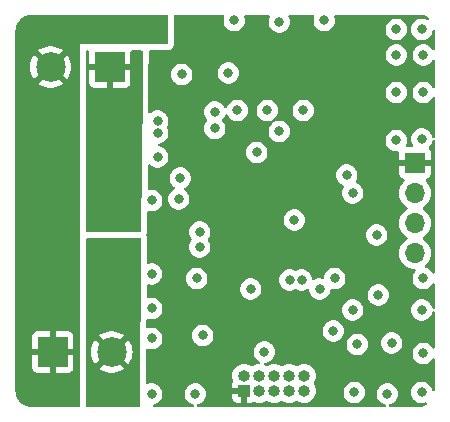
<source format=gbr>
%TF.GenerationSoftware,KiCad,Pcbnew,7.0.10*%
%TF.CreationDate,2024-01-17T14:48:32+01:00*%
%TF.ProjectId,PowerBoard,506f7765-7242-46f6-9172-642e6b696361,rev?*%
%TF.SameCoordinates,Original*%
%TF.FileFunction,Copper,L2,Inr*%
%TF.FilePolarity,Positive*%
%FSLAX46Y46*%
G04 Gerber Fmt 4.6, Leading zero omitted, Abs format (unit mm)*
G04 Created by KiCad (PCBNEW 7.0.10) date 2024-01-17 14:48:32*
%MOMM*%
%LPD*%
G01*
G04 APERTURE LIST*
%TA.AperFunction,ComponentPad*%
%ADD10R,1.000000X1.000000*%
%TD*%
%TA.AperFunction,ComponentPad*%
%ADD11O,1.000000X1.000000*%
%TD*%
%TA.AperFunction,ComponentPad*%
%ADD12R,2.500000X2.500000*%
%TD*%
%TA.AperFunction,ComponentPad*%
%ADD13C,2.500000*%
%TD*%
%TA.AperFunction,ComponentPad*%
%ADD14R,1.700000X1.700000*%
%TD*%
%TA.AperFunction,ComponentPad*%
%ADD15O,1.700000X1.700000*%
%TD*%
%TA.AperFunction,ViaPad*%
%ADD16C,0.800000*%
%TD*%
G04 APERTURE END LIST*
D10*
%TO.N,VCC*%
%TO.C,J4*%
X102559500Y-126492000D03*
D11*
%TO.N,/JTMS-SWDIO*%
X102559500Y-125222000D03*
%TO.N,GND*%
X103829500Y-126492000D03*
%TO.N,/JTCK-SWCLK*%
X103829500Y-125222000D03*
%TO.N,GND*%
X105099500Y-126492000D03*
%TO.N,/JTDO-SWO*%
X105099500Y-125222000D03*
%TO.N,unconnected-(J4-KEY-Pad7)*%
X106369500Y-126492000D03*
%TO.N,/JTDI*%
X106369500Y-125222000D03*
%TO.N,Net-(J4-GNDDetect)*%
X107639500Y-126492000D03*
%TO.N,/NRST*%
X107639500Y-125222000D03*
%TD*%
D12*
%TO.N,GND*%
%TO.C,J2*%
X86360000Y-123190000D03*
D13*
%TO.N,/Vout*%
X91360000Y-123190000D03*
%TD*%
D12*
%TO.N,/Vin*%
%TO.C,J1*%
X91186000Y-99060000D03*
D13*
%TO.N,GND*%
X86186000Y-99060000D03*
%TD*%
D14*
%TO.N,VCC*%
%TO.C,J3*%
X117037500Y-107198000D03*
D15*
%TO.N,GND*%
X117037500Y-109738000D03*
%TO.N,/SCL*%
X117037500Y-112278000D03*
%TO.N,/SDA*%
X117037500Y-114818000D03*
%TD*%
D16*
%TO.N,GND*%
X106807000Y-112014000D03*
X105537000Y-95250000D03*
X101727000Y-95123000D03*
X109347000Y-95123000D03*
X108966000Y-117856000D03*
X110236000Y-116967000D03*
X111760000Y-119634000D03*
X110109000Y-121412000D03*
X113792000Y-113284000D03*
X105537000Y-104521000D03*
X103632000Y-106299000D03*
X100076000Y-104267000D03*
X100076000Y-102870000D03*
X101219000Y-99568000D03*
X101981000Y-102743000D03*
X104521000Y-102743000D03*
X107569000Y-102743000D03*
X115443000Y-105283000D03*
X115443000Y-101219000D03*
X115443000Y-98044000D03*
X115443000Y-95885000D03*
X117729000Y-101219000D03*
X117729000Y-98044000D03*
X117602000Y-95885000D03*
X117602000Y-105156000D03*
X115062000Y-122428000D03*
X113919000Y-118364000D03*
X117729000Y-123317000D03*
X117602000Y-119634000D03*
X117731640Y-116966926D03*
X117602000Y-126619000D03*
X114681000Y-126746000D03*
X112141000Y-122555000D03*
X111887000Y-126619000D03*
X98552000Y-116967000D03*
X99060000Y-121793000D03*
X98425000Y-126746000D03*
X94742000Y-126746000D03*
X94742000Y-122047000D03*
X94742000Y-119507000D03*
X94742000Y-116586000D03*
X94742000Y-110363000D03*
X97028000Y-110236000D03*
X97155000Y-108458000D03*
X97282000Y-99695000D03*
X88138000Y-113157000D03*
X84328000Y-113157000D03*
X88138000Y-109093000D03*
X84328000Y-109093000D03*
X88138000Y-101092000D03*
X84328000Y-101092000D03*
X84455000Y-95885000D03*
X88138000Y-95758000D03*
X88138000Y-105029000D03*
X84328000Y-105029000D03*
X88138000Y-117221000D03*
X84328000Y-117221000D03*
X88138000Y-120904000D03*
X84455000Y-120904000D03*
X84455000Y-126619000D03*
X88138000Y-126746000D03*
%TO.N,VCC*%
X112268000Y-96266000D03*
X110998000Y-123698000D03*
X111760000Y-117602000D03*
X107950000Y-120396000D03*
X101092000Y-119634000D03*
%TO.N,GND*%
X103124000Y-117856000D03*
%TO.N,VCC*%
X101543500Y-115005500D03*
%TO.N,/Vin*%
X91440000Y-110490000D03*
X93218000Y-110490000D03*
X89662000Y-110490000D03*
X89662000Y-111506000D03*
X89662000Y-112522000D03*
X93218000Y-111506000D03*
X93218000Y-112522000D03*
%TO.N,/Vout*%
X91440000Y-116586000D03*
X89662000Y-116586000D03*
X93218000Y-116586000D03*
X93218000Y-115570000D03*
X89662000Y-115570000D03*
X89662000Y-114554000D03*
X93218000Y-114554000D03*
%TO.N,GND*%
X95250000Y-103632000D03*
X95250000Y-106680000D03*
X95250000Y-104648000D03*
X95250000Y-95434000D03*
%TO.N,/SDA*%
X107438655Y-117094000D03*
%TO.N,/SCL*%
X106426000Y-117094000D03*
%TO.N,/Vref*%
X98806000Y-114300000D03*
%TO.N,/Vouit*%
X98806000Y-113030000D03*
%TO.N,VCC*%
X99822000Y-107696000D03*
X99822000Y-105664000D03*
X99822000Y-106680000D03*
%TO.N,/JTDI*%
X104267000Y-123190000D03*
%TO.N,/Vouit*%
X111252000Y-108204000D03*
%TO.N,/Vref*%
X111760000Y-109728000D03*
%TD*%
%TA.AperFunction,Conductor*%
%TO.N,VCC*%
G36*
X100835249Y-94654185D02*
G01*
X100881004Y-94706989D01*
X100890948Y-94776147D01*
X100886141Y-94796818D01*
X100860826Y-94874731D01*
X100841326Y-94934744D01*
X100821540Y-95123000D01*
X100841326Y-95311256D01*
X100841327Y-95311259D01*
X100899818Y-95491277D01*
X100899821Y-95491284D01*
X100994467Y-95655216D01*
X101108817Y-95782214D01*
X101121129Y-95795888D01*
X101274265Y-95907148D01*
X101274270Y-95907151D01*
X101447192Y-95984142D01*
X101447197Y-95984144D01*
X101632354Y-96023500D01*
X101632355Y-96023500D01*
X101821644Y-96023500D01*
X101821646Y-96023500D01*
X102006803Y-95984144D01*
X102179730Y-95907151D01*
X102332871Y-95795888D01*
X102459533Y-95655216D01*
X102554179Y-95491284D01*
X102612674Y-95311256D01*
X102632460Y-95123000D01*
X102612674Y-94934744D01*
X102567859Y-94796818D01*
X102565864Y-94726977D01*
X102601944Y-94667144D01*
X102664645Y-94636316D01*
X102685790Y-94634500D01*
X104637777Y-94634500D01*
X104704816Y-94654185D01*
X104750571Y-94706989D01*
X104760515Y-94776147D01*
X104745164Y-94820500D01*
X104709821Y-94881715D01*
X104709818Y-94881722D01*
X104663636Y-95023857D01*
X104651326Y-95061744D01*
X104631540Y-95250000D01*
X104651326Y-95438256D01*
X104651327Y-95438259D01*
X104709818Y-95618277D01*
X104709821Y-95618284D01*
X104804467Y-95782216D01*
X104901338Y-95889802D01*
X104931129Y-95922888D01*
X105084265Y-96034148D01*
X105084270Y-96034151D01*
X105257192Y-96111142D01*
X105257197Y-96111144D01*
X105442354Y-96150500D01*
X105442355Y-96150500D01*
X105631644Y-96150500D01*
X105631646Y-96150500D01*
X105816803Y-96111144D01*
X105989730Y-96034151D01*
X106142871Y-95922888D01*
X106269533Y-95782216D01*
X106364179Y-95618284D01*
X106422674Y-95438256D01*
X106442460Y-95250000D01*
X106422674Y-95061744D01*
X106368112Y-94893823D01*
X106364181Y-94881722D01*
X106364180Y-94881721D01*
X106364179Y-94881716D01*
X106328836Y-94820500D01*
X106312363Y-94752599D01*
X106335216Y-94686572D01*
X106390137Y-94643382D01*
X106436223Y-94634500D01*
X108388210Y-94634500D01*
X108455249Y-94654185D01*
X108501004Y-94706989D01*
X108510948Y-94776147D01*
X108506141Y-94796818D01*
X108480826Y-94874731D01*
X108461326Y-94934744D01*
X108441540Y-95123000D01*
X108461326Y-95311256D01*
X108461327Y-95311259D01*
X108519818Y-95491277D01*
X108519821Y-95491284D01*
X108614467Y-95655216D01*
X108728817Y-95782214D01*
X108741129Y-95795888D01*
X108894265Y-95907148D01*
X108894270Y-95907151D01*
X109067192Y-95984142D01*
X109067197Y-95984144D01*
X109252354Y-96023500D01*
X109252355Y-96023500D01*
X109441644Y-96023500D01*
X109441646Y-96023500D01*
X109626803Y-95984144D01*
X109799730Y-95907151D01*
X109830218Y-95885000D01*
X114537540Y-95885000D01*
X114557326Y-96073256D01*
X114557327Y-96073259D01*
X114615818Y-96253277D01*
X114615821Y-96253284D01*
X114710467Y-96417216D01*
X114837129Y-96557888D01*
X114990265Y-96669148D01*
X114990270Y-96669151D01*
X115163192Y-96746142D01*
X115163197Y-96746144D01*
X115348354Y-96785500D01*
X115348355Y-96785500D01*
X115537644Y-96785500D01*
X115537646Y-96785500D01*
X115722803Y-96746144D01*
X115895730Y-96669151D01*
X116048871Y-96557888D01*
X116175533Y-96417216D01*
X116270179Y-96253284D01*
X116328674Y-96073256D01*
X116348460Y-95885000D01*
X116328674Y-95696744D01*
X116270179Y-95516716D01*
X116175533Y-95352784D01*
X116048871Y-95212112D01*
X116010338Y-95184116D01*
X115895734Y-95100851D01*
X115895729Y-95100848D01*
X115722807Y-95023857D01*
X115722802Y-95023855D01*
X115577001Y-94992865D01*
X115537646Y-94984500D01*
X115348354Y-94984500D01*
X115315897Y-94991398D01*
X115163197Y-95023855D01*
X115163192Y-95023857D01*
X114990270Y-95100848D01*
X114990265Y-95100851D01*
X114837129Y-95212111D01*
X114710466Y-95352785D01*
X114615821Y-95516715D01*
X114615818Y-95516722D01*
X114570820Y-95655214D01*
X114557326Y-95696744D01*
X114537540Y-95885000D01*
X109830218Y-95885000D01*
X109952871Y-95795888D01*
X110079533Y-95655216D01*
X110174179Y-95491284D01*
X110232674Y-95311256D01*
X110252460Y-95123000D01*
X110232674Y-94934744D01*
X110187859Y-94796818D01*
X110185864Y-94726977D01*
X110221944Y-94667144D01*
X110284645Y-94636316D01*
X110305790Y-94634500D01*
X117549476Y-94634500D01*
X117576689Y-94637522D01*
X117708361Y-94667144D01*
X117751679Y-94676889D01*
X117770454Y-94682710D01*
X117957694Y-94757506D01*
X117975299Y-94766217D01*
X118148353Y-94869672D01*
X118164368Y-94881062D01*
X118170398Y-94886115D01*
X118209133Y-94944263D01*
X118210281Y-95014123D01*
X118173478Y-95073514D01*
X118110409Y-95103580D01*
X118041096Y-95094775D01*
X118040310Y-95094428D01*
X117881807Y-95023857D01*
X117881802Y-95023855D01*
X117736001Y-94992865D01*
X117696646Y-94984500D01*
X117507354Y-94984500D01*
X117474897Y-94991398D01*
X117322197Y-95023855D01*
X117322192Y-95023857D01*
X117149270Y-95100848D01*
X117149265Y-95100851D01*
X116996129Y-95212111D01*
X116869466Y-95352785D01*
X116774821Y-95516715D01*
X116774818Y-95516722D01*
X116729820Y-95655214D01*
X116716326Y-95696744D01*
X116696540Y-95885000D01*
X116716326Y-96073256D01*
X116716327Y-96073259D01*
X116774818Y-96253277D01*
X116774821Y-96253284D01*
X116869467Y-96417216D01*
X116996129Y-96557888D01*
X117149265Y-96669148D01*
X117149270Y-96669151D01*
X117322192Y-96746142D01*
X117322197Y-96746144D01*
X117507354Y-96785500D01*
X117507355Y-96785500D01*
X117696644Y-96785500D01*
X117696646Y-96785500D01*
X117881803Y-96746144D01*
X118054730Y-96669151D01*
X118207871Y-96557888D01*
X118334533Y-96417216D01*
X118429179Y-96253284D01*
X118487674Y-96073256D01*
X118495682Y-95997058D01*
X118522265Y-95932448D01*
X118579562Y-95892462D01*
X118649381Y-95889802D01*
X118709555Y-95925311D01*
X118740979Y-95987715D01*
X118742610Y-96000179D01*
X118743157Y-96007054D01*
X118743548Y-96016954D01*
X118742648Y-97535989D01*
X118722924Y-97603017D01*
X118670093Y-97648741D01*
X118600928Y-97658643D01*
X118537390Y-97629581D01*
X118511261Y-97597915D01*
X118461536Y-97511788D01*
X118461534Y-97511785D01*
X118334870Y-97371111D01*
X118181734Y-97259851D01*
X118181729Y-97259848D01*
X118008807Y-97182857D01*
X118008802Y-97182855D01*
X117863001Y-97151865D01*
X117823646Y-97143500D01*
X117634354Y-97143500D01*
X117601897Y-97150398D01*
X117449197Y-97182855D01*
X117449192Y-97182857D01*
X117276270Y-97259848D01*
X117276265Y-97259851D01*
X117123129Y-97371111D01*
X116996466Y-97511785D01*
X116901821Y-97675715D01*
X116901818Y-97675722D01*
X116864889Y-97789380D01*
X116843326Y-97855744D01*
X116823540Y-98044000D01*
X116843326Y-98232256D01*
X116843327Y-98232259D01*
X116901818Y-98412277D01*
X116901821Y-98412284D01*
X116996467Y-98576216D01*
X117078660Y-98667500D01*
X117123129Y-98716888D01*
X117276265Y-98828148D01*
X117276270Y-98828151D01*
X117449192Y-98905142D01*
X117449197Y-98905144D01*
X117634354Y-98944500D01*
X117634355Y-98944500D01*
X117823644Y-98944500D01*
X117823646Y-98944500D01*
X118008803Y-98905144D01*
X118181730Y-98828151D01*
X118334871Y-98716888D01*
X118461533Y-98576216D01*
X118510660Y-98491124D01*
X118561224Y-98442912D01*
X118629830Y-98429688D01*
X118694696Y-98455655D01*
X118735225Y-98512569D01*
X118742045Y-98553200D01*
X118740769Y-100707735D01*
X118721045Y-100774763D01*
X118668214Y-100820487D01*
X118599049Y-100830389D01*
X118535511Y-100801327D01*
X118509384Y-100769664D01*
X118461533Y-100686784D01*
X118334871Y-100546112D01*
X118334870Y-100546111D01*
X118181734Y-100434851D01*
X118181729Y-100434848D01*
X118008807Y-100357857D01*
X118008802Y-100357855D01*
X117863001Y-100326865D01*
X117823646Y-100318500D01*
X117634354Y-100318500D01*
X117601897Y-100325398D01*
X117449197Y-100357855D01*
X117449192Y-100357857D01*
X117276270Y-100434848D01*
X117276265Y-100434851D01*
X117123129Y-100546111D01*
X116996466Y-100686785D01*
X116901821Y-100850715D01*
X116901818Y-100850722D01*
X116843327Y-101030740D01*
X116843326Y-101030744D01*
X116823540Y-101219000D01*
X116843326Y-101407256D01*
X116843327Y-101407259D01*
X116901818Y-101587277D01*
X116901821Y-101587284D01*
X116996467Y-101751216D01*
X117078660Y-101842500D01*
X117123129Y-101891888D01*
X117276265Y-102003148D01*
X117276270Y-102003151D01*
X117449192Y-102080142D01*
X117449197Y-102080144D01*
X117634354Y-102119500D01*
X117634355Y-102119500D01*
X117823644Y-102119500D01*
X117823646Y-102119500D01*
X118008803Y-102080144D01*
X118181730Y-102003151D01*
X118334871Y-101891888D01*
X118461533Y-101751216D01*
X118508777Y-101669385D01*
X118559342Y-101621172D01*
X118627949Y-101607948D01*
X118692814Y-101633916D01*
X118733343Y-101690829D01*
X118740163Y-101731460D01*
X118738236Y-104985700D01*
X118718512Y-105052728D01*
X118665681Y-105098452D01*
X118596516Y-105108354D01*
X118532978Y-105079292D01*
X118495238Y-105020491D01*
X118490916Y-104998596D01*
X118487674Y-104967744D01*
X118429179Y-104787716D01*
X118334533Y-104623784D01*
X118207871Y-104483112D01*
X118175708Y-104459744D01*
X118054734Y-104371851D01*
X118054729Y-104371848D01*
X117881807Y-104294857D01*
X117881802Y-104294855D01*
X117736001Y-104263865D01*
X117696646Y-104255500D01*
X117507354Y-104255500D01*
X117474897Y-104262398D01*
X117322197Y-104294855D01*
X117322192Y-104294857D01*
X117149270Y-104371848D01*
X117149265Y-104371851D01*
X116996129Y-104483111D01*
X116869466Y-104623785D01*
X116774821Y-104787715D01*
X116774818Y-104787722D01*
X116725377Y-104939888D01*
X116716326Y-104967744D01*
X116696540Y-105156000D01*
X116716326Y-105344256D01*
X116716327Y-105344259D01*
X116774818Y-105524277D01*
X116774821Y-105524284D01*
X116854331Y-105662000D01*
X116870804Y-105729901D01*
X116847951Y-105795927D01*
X116793030Y-105839118D01*
X116746944Y-105848000D01*
X116371379Y-105848000D01*
X116304340Y-105828315D01*
X116258585Y-105775511D01*
X116248641Y-105706353D01*
X116263990Y-105662003D01*
X116270179Y-105651284D01*
X116328674Y-105471256D01*
X116348460Y-105283000D01*
X116328674Y-105094744D01*
X116270179Y-104914716D01*
X116175533Y-104750784D01*
X116048871Y-104610112D01*
X116048870Y-104610111D01*
X115895734Y-104498851D01*
X115895729Y-104498848D01*
X115722807Y-104421857D01*
X115722802Y-104421855D01*
X115577001Y-104390865D01*
X115537646Y-104382500D01*
X115348354Y-104382500D01*
X115315897Y-104389398D01*
X115163197Y-104421855D01*
X115163192Y-104421857D01*
X114990270Y-104498848D01*
X114990265Y-104498851D01*
X114837129Y-104610111D01*
X114710466Y-104750785D01*
X114615821Y-104914715D01*
X114615818Y-104914722D01*
X114557327Y-105094740D01*
X114557326Y-105094744D01*
X114537540Y-105283000D01*
X114557326Y-105471256D01*
X114557327Y-105471259D01*
X114615818Y-105651277D01*
X114615820Y-105651281D01*
X114615821Y-105651284D01*
X114710467Y-105815216D01*
X114817934Y-105934570D01*
X114837129Y-105955888D01*
X114990265Y-106067148D01*
X114990270Y-106067151D01*
X115163192Y-106144142D01*
X115163197Y-106144144D01*
X115348354Y-106183500D01*
X115348355Y-106183500D01*
X115537643Y-106183500D01*
X115537646Y-106183500D01*
X115537715Y-106183485D01*
X115537756Y-106183488D01*
X115544103Y-106182821D01*
X115544225Y-106183981D01*
X115607382Y-106188798D01*
X115663117Y-106230933D01*
X115687224Y-106296512D01*
X115687500Y-106304774D01*
X115687500Y-106948000D01*
X116603814Y-106948000D01*
X116578007Y-106988156D01*
X116537500Y-107126111D01*
X116537500Y-107269889D01*
X116578007Y-107407844D01*
X116603814Y-107448000D01*
X115687500Y-107448000D01*
X115687500Y-108095844D01*
X115693901Y-108155372D01*
X115693903Y-108155379D01*
X115744145Y-108290086D01*
X115744149Y-108290093D01*
X115830309Y-108405187D01*
X115830312Y-108405190D01*
X115945406Y-108491350D01*
X115945413Y-108491354D01*
X116076970Y-108540421D01*
X116132903Y-108582292D01*
X116157321Y-108647756D01*
X116142470Y-108716029D01*
X116121319Y-108744284D01*
X115999003Y-108866600D01*
X115863465Y-109060169D01*
X115863464Y-109060171D01*
X115763598Y-109274335D01*
X115763594Y-109274344D01*
X115702438Y-109502586D01*
X115702436Y-109502596D01*
X115681841Y-109737999D01*
X115681841Y-109738000D01*
X115702436Y-109973403D01*
X115702438Y-109973413D01*
X115763594Y-110201655D01*
X115763596Y-110201659D01*
X115763597Y-110201663D01*
X115779609Y-110236000D01*
X115863465Y-110415830D01*
X115863467Y-110415834D01*
X115958291Y-110551256D01*
X115984819Y-110589142D01*
X115999001Y-110609395D01*
X115999006Y-110609402D01*
X116166097Y-110776493D01*
X116166103Y-110776498D01*
X116351658Y-110906425D01*
X116395283Y-110961002D01*
X116402477Y-111030500D01*
X116370954Y-111092855D01*
X116351658Y-111109575D01*
X116166097Y-111239505D01*
X115999005Y-111406597D01*
X115863465Y-111600169D01*
X115863464Y-111600171D01*
X115763598Y-111814335D01*
X115763594Y-111814344D01*
X115702438Y-112042586D01*
X115702436Y-112042596D01*
X115681841Y-112277999D01*
X115681841Y-112278000D01*
X115702436Y-112513403D01*
X115702438Y-112513413D01*
X115763594Y-112741655D01*
X115763596Y-112741659D01*
X115763597Y-112741663D01*
X115844762Y-112915722D01*
X115863465Y-112955830D01*
X115863467Y-112955834D01*
X115999001Y-113149395D01*
X115999006Y-113149402D01*
X116166097Y-113316493D01*
X116166103Y-113316498D01*
X116351658Y-113446425D01*
X116395283Y-113501002D01*
X116402477Y-113570500D01*
X116370954Y-113632855D01*
X116351658Y-113649575D01*
X116166097Y-113779505D01*
X115999005Y-113946597D01*
X115863465Y-114140169D01*
X115863464Y-114140171D01*
X115763598Y-114354335D01*
X115763594Y-114354344D01*
X115702438Y-114582586D01*
X115702436Y-114582596D01*
X115681841Y-114817999D01*
X115681841Y-114818000D01*
X115702436Y-115053403D01*
X115702438Y-115053413D01*
X115763594Y-115281655D01*
X115763596Y-115281659D01*
X115763597Y-115281663D01*
X115863465Y-115495830D01*
X115863467Y-115495834D01*
X115933934Y-115596470D01*
X115999005Y-115689401D01*
X116166099Y-115856495D01*
X116246955Y-115913111D01*
X116359665Y-115992032D01*
X116359667Y-115992033D01*
X116359670Y-115992035D01*
X116573837Y-116091903D01*
X116802092Y-116153063D01*
X116972040Y-116167931D01*
X117037107Y-116193383D01*
X117078086Y-116249974D01*
X117081964Y-116319736D01*
X117053382Y-116374430D01*
X116999106Y-116434711D01*
X116904461Y-116598641D01*
X116904458Y-116598648D01*
X116847400Y-116774256D01*
X116845966Y-116778670D01*
X116826180Y-116966926D01*
X116845966Y-117155182D01*
X116845967Y-117155185D01*
X116904458Y-117335203D01*
X116904461Y-117335210D01*
X116999107Y-117499142D01*
X117113525Y-117626216D01*
X117125769Y-117639814D01*
X117278905Y-117751074D01*
X117278910Y-117751077D01*
X117451832Y-117828068D01*
X117451837Y-117828070D01*
X117636994Y-117867426D01*
X117636995Y-117867426D01*
X117826284Y-117867426D01*
X117826286Y-117867426D01*
X118011443Y-117828070D01*
X118184370Y-117751077D01*
X118337511Y-117639814D01*
X118464173Y-117499142D01*
X118499438Y-117438061D01*
X118550003Y-117389847D01*
X118618610Y-117376623D01*
X118683475Y-117402591D01*
X118724004Y-117459504D01*
X118730824Y-117500135D01*
X118729694Y-119407774D01*
X118709970Y-119474802D01*
X118657139Y-119520526D01*
X118587974Y-119530428D01*
X118524436Y-119501366D01*
X118487763Y-119446019D01*
X118487672Y-119445740D01*
X118429179Y-119265716D01*
X118334533Y-119101784D01*
X118207871Y-118961112D01*
X118207870Y-118961111D01*
X118054734Y-118849851D01*
X118054729Y-118849848D01*
X117881807Y-118772857D01*
X117881802Y-118772855D01*
X117736001Y-118741865D01*
X117696646Y-118733500D01*
X117507354Y-118733500D01*
X117474897Y-118740398D01*
X117322197Y-118772855D01*
X117322192Y-118772857D01*
X117149270Y-118849848D01*
X117149265Y-118849851D01*
X116996129Y-118961111D01*
X116869466Y-119101785D01*
X116774821Y-119265715D01*
X116774818Y-119265722D01*
X116728663Y-119407774D01*
X116716326Y-119445744D01*
X116696540Y-119634000D01*
X116716326Y-119822256D01*
X116716327Y-119822259D01*
X116774818Y-120002277D01*
X116774821Y-120002284D01*
X116869467Y-120166216D01*
X116981957Y-120291148D01*
X116996129Y-120306888D01*
X117149265Y-120418148D01*
X117149270Y-120418151D01*
X117322192Y-120495142D01*
X117322197Y-120495144D01*
X117507354Y-120534500D01*
X117507355Y-120534500D01*
X117696644Y-120534500D01*
X117696646Y-120534500D01*
X117881803Y-120495144D01*
X118054730Y-120418151D01*
X118207871Y-120306888D01*
X118334533Y-120166216D01*
X118429179Y-120002284D01*
X118487495Y-119822805D01*
X118526932Y-119765131D01*
X118591291Y-119737932D01*
X118660137Y-119749847D01*
X118711613Y-119797091D01*
X118729426Y-119861197D01*
X118727695Y-122783089D01*
X118707971Y-122850117D01*
X118655140Y-122895841D01*
X118585975Y-122905743D01*
X118522437Y-122876681D01*
X118496308Y-122845016D01*
X118482855Y-122821715D01*
X118461533Y-122784784D01*
X118334871Y-122644112D01*
X118334870Y-122644111D01*
X118181734Y-122532851D01*
X118181729Y-122532848D01*
X118008807Y-122455857D01*
X118008802Y-122455855D01*
X117863001Y-122424865D01*
X117823646Y-122416500D01*
X117634354Y-122416500D01*
X117601897Y-122423398D01*
X117449197Y-122455855D01*
X117449192Y-122455857D01*
X117276270Y-122532848D01*
X117276265Y-122532851D01*
X117123129Y-122644111D01*
X116996466Y-122784785D01*
X116901821Y-122948715D01*
X116901818Y-122948722D01*
X116861709Y-123072167D01*
X116843326Y-123128744D01*
X116823540Y-123317000D01*
X116843326Y-123505256D01*
X116843327Y-123505259D01*
X116901818Y-123685277D01*
X116901821Y-123685284D01*
X116996467Y-123849216D01*
X117123129Y-123989888D01*
X117276265Y-124101148D01*
X117276270Y-124101151D01*
X117449192Y-124178142D01*
X117449197Y-124178144D01*
X117634354Y-124217500D01*
X117634355Y-124217500D01*
X117823644Y-124217500D01*
X117823646Y-124217500D01*
X118008803Y-124178144D01*
X118181730Y-124101151D01*
X118334871Y-123989888D01*
X118461533Y-123849216D01*
X118495676Y-123790077D01*
X118546241Y-123741864D01*
X118614847Y-123728640D01*
X118679712Y-123754607D01*
X118720242Y-123811521D01*
X118727062Y-123852152D01*
X118725565Y-126380065D01*
X118705841Y-126447093D01*
X118653010Y-126492817D01*
X118583845Y-126502719D01*
X118520307Y-126473657D01*
X118483634Y-126418310D01*
X118429181Y-126250722D01*
X118429180Y-126250721D01*
X118429179Y-126250716D01*
X118334533Y-126086784D01*
X118207871Y-125946112D01*
X118207870Y-125946111D01*
X118054734Y-125834851D01*
X118054729Y-125834848D01*
X117881807Y-125757857D01*
X117881802Y-125757855D01*
X117736001Y-125726865D01*
X117696646Y-125718500D01*
X117507354Y-125718500D01*
X117474897Y-125725398D01*
X117322197Y-125757855D01*
X117322192Y-125757857D01*
X117149270Y-125834848D01*
X117149265Y-125834851D01*
X116996129Y-125946111D01*
X116869466Y-126086785D01*
X116774821Y-126250715D01*
X116774818Y-126250722D01*
X116720366Y-126418310D01*
X116716326Y-126430744D01*
X116696540Y-126619000D01*
X116716326Y-126807256D01*
X116716327Y-126807259D01*
X116774818Y-126987277D01*
X116774821Y-126987284D01*
X116869467Y-127151216D01*
X116944084Y-127234086D01*
X116996129Y-127291888D01*
X117149265Y-127403148D01*
X117149270Y-127403151D01*
X117322192Y-127480142D01*
X117322197Y-127480144D01*
X117507354Y-127519500D01*
X117507355Y-127519500D01*
X117696644Y-127519500D01*
X117696646Y-127519500D01*
X117881803Y-127480144D01*
X117915899Y-127464962D01*
X117985149Y-127455677D01*
X118048426Y-127485305D01*
X118085640Y-127544440D01*
X118084976Y-127614306D01*
X118046644Y-127672723D01*
X118031124Y-127683970D01*
X117981692Y-127714261D01*
X117964357Y-127723094D01*
X117782688Y-127798344D01*
X117764183Y-127804357D01*
X117572977Y-127850262D01*
X117553758Y-127853306D01*
X117352854Y-127869118D01*
X117343125Y-127869500D01*
X114906294Y-127869500D01*
X114839255Y-127849815D01*
X114793500Y-127797011D01*
X114783556Y-127727853D01*
X114812581Y-127664297D01*
X114871359Y-127626523D01*
X114880513Y-127624210D01*
X114960803Y-127607144D01*
X115133730Y-127530151D01*
X115286871Y-127418888D01*
X115413533Y-127278216D01*
X115508179Y-127114284D01*
X115566674Y-126934256D01*
X115586460Y-126746000D01*
X115566674Y-126557744D01*
X115508179Y-126377716D01*
X115413533Y-126213784D01*
X115286871Y-126073112D01*
X115286870Y-126073111D01*
X115133734Y-125961851D01*
X115133729Y-125961848D01*
X114960807Y-125884857D01*
X114960802Y-125884855D01*
X114815001Y-125853865D01*
X114775646Y-125845500D01*
X114586354Y-125845500D01*
X114553897Y-125852398D01*
X114401197Y-125884855D01*
X114401192Y-125884857D01*
X114228270Y-125961848D01*
X114228265Y-125961851D01*
X114075129Y-126073111D01*
X113948466Y-126213785D01*
X113853821Y-126377715D01*
X113853818Y-126377722D01*
X113795327Y-126557740D01*
X113795326Y-126557744D01*
X113775540Y-126746000D01*
X113795326Y-126934256D01*
X113795327Y-126934259D01*
X113853818Y-127114277D01*
X113853821Y-127114284D01*
X113948467Y-127278216D01*
X114047064Y-127387719D01*
X114075129Y-127418888D01*
X114228265Y-127530148D01*
X114228270Y-127530151D01*
X114401192Y-127607142D01*
X114401197Y-127607144D01*
X114481487Y-127624210D01*
X114542969Y-127657402D01*
X114576745Y-127718565D01*
X114572093Y-127788280D01*
X114530489Y-127844412D01*
X114465141Y-127869141D01*
X114455706Y-127869500D01*
X98650294Y-127869500D01*
X98583255Y-127849815D01*
X98537500Y-127797011D01*
X98527556Y-127727853D01*
X98556581Y-127664297D01*
X98615359Y-127626523D01*
X98624513Y-127624210D01*
X98704803Y-127607144D01*
X98877730Y-127530151D01*
X99030871Y-127418888D01*
X99157533Y-127278216D01*
X99252179Y-127114284D01*
X99310674Y-126934256D01*
X99330460Y-126746000D01*
X99330040Y-126742000D01*
X101559500Y-126742000D01*
X101559500Y-127039844D01*
X101565901Y-127099372D01*
X101565903Y-127099379D01*
X101616145Y-127234086D01*
X101616149Y-127234093D01*
X101702309Y-127349187D01*
X101702312Y-127349190D01*
X101817406Y-127435350D01*
X101817413Y-127435354D01*
X101952120Y-127485596D01*
X101952127Y-127485598D01*
X102011655Y-127491999D01*
X102011672Y-127492000D01*
X102309500Y-127492000D01*
X102309500Y-126742000D01*
X101559500Y-126742000D01*
X99330040Y-126742000D01*
X99310674Y-126557744D01*
X99252179Y-126377716D01*
X99157533Y-126213784D01*
X99030871Y-126073112D01*
X99030870Y-126073111D01*
X98877734Y-125961851D01*
X98877729Y-125961848D01*
X98704807Y-125884857D01*
X98704802Y-125884855D01*
X98559001Y-125853865D01*
X98519646Y-125845500D01*
X98330354Y-125845500D01*
X98297897Y-125852398D01*
X98145197Y-125884855D01*
X98145192Y-125884857D01*
X97972270Y-125961848D01*
X97972265Y-125961851D01*
X97819129Y-126073111D01*
X97692466Y-126213785D01*
X97597821Y-126377715D01*
X97597818Y-126377722D01*
X97539327Y-126557740D01*
X97539326Y-126557744D01*
X97519540Y-126746000D01*
X97539326Y-126934256D01*
X97539327Y-126934259D01*
X97597818Y-127114277D01*
X97597821Y-127114284D01*
X97692467Y-127278216D01*
X97791064Y-127387719D01*
X97819129Y-127418888D01*
X97972265Y-127530148D01*
X97972270Y-127530151D01*
X98145192Y-127607142D01*
X98145197Y-127607144D01*
X98225487Y-127624210D01*
X98286969Y-127657402D01*
X98320745Y-127718565D01*
X98316093Y-127788280D01*
X98274489Y-127844412D01*
X98209141Y-127869141D01*
X98199706Y-127869500D01*
X94967294Y-127869500D01*
X94900255Y-127849815D01*
X94854500Y-127797011D01*
X94844556Y-127727853D01*
X94873581Y-127664297D01*
X94932359Y-127626523D01*
X94941513Y-127624210D01*
X95021803Y-127607144D01*
X95194730Y-127530151D01*
X95347871Y-127418888D01*
X95474533Y-127278216D01*
X95569179Y-127114284D01*
X95627674Y-126934256D01*
X95647460Y-126746000D01*
X95627674Y-126557744D01*
X95569179Y-126377716D01*
X95474533Y-126213784D01*
X95347871Y-126073112D01*
X95347870Y-126073111D01*
X95194734Y-125961851D01*
X95194729Y-125961848D01*
X95021807Y-125884857D01*
X95021802Y-125884855D01*
X94876001Y-125853865D01*
X94836646Y-125845500D01*
X94647354Y-125845500D01*
X94614897Y-125852398D01*
X94462197Y-125884855D01*
X94462192Y-125884857D01*
X94427362Y-125900365D01*
X94358112Y-125909650D01*
X94294835Y-125880022D01*
X94257622Y-125820887D01*
X94252931Y-125786017D01*
X94252933Y-125785851D01*
X94257794Y-125222000D01*
X101554159Y-125222000D01*
X101573475Y-125418129D01*
X101573476Y-125418132D01*
X101630686Y-125606727D01*
X101630687Y-125606730D01*
X101630688Y-125606731D01*
X101632083Y-125609341D01*
X101632401Y-125610870D01*
X101633018Y-125612359D01*
X101632735Y-125612475D01*
X101646324Y-125677743D01*
X101621992Y-125742102D01*
X101616148Y-125749907D01*
X101616145Y-125749913D01*
X101565903Y-125884620D01*
X101565901Y-125884627D01*
X101559500Y-125944155D01*
X101559500Y-126242000D01*
X102345017Y-126242000D01*
X102273699Y-126326993D01*
X102234500Y-126434694D01*
X102234500Y-126549306D01*
X102273699Y-126657007D01*
X102347371Y-126744805D01*
X102446629Y-126802112D01*
X102531064Y-126817000D01*
X102587936Y-126817000D01*
X102672371Y-126802112D01*
X102771629Y-126744805D01*
X102809500Y-126699672D01*
X102809500Y-127492000D01*
X103107328Y-127492000D01*
X103107344Y-127491999D01*
X103166872Y-127485598D01*
X103166876Y-127485597D01*
X103301589Y-127435351D01*
X103309390Y-127429512D01*
X103374853Y-127405091D01*
X103439029Y-127418751D01*
X103439141Y-127418482D01*
X103440600Y-127419086D01*
X103442163Y-127419419D01*
X103444773Y-127420814D01*
X103633368Y-127478024D01*
X103829500Y-127497341D01*
X104025632Y-127478024D01*
X104214227Y-127420814D01*
X104388038Y-127327910D01*
X104388044Y-127327904D01*
X104393107Y-127324523D01*
X104394203Y-127326164D01*
X104450139Y-127302405D01*
X104519007Y-127314194D01*
X104535648Y-127324888D01*
X104535893Y-127324523D01*
X104540958Y-127327907D01*
X104540962Y-127327910D01*
X104652857Y-127387719D01*
X104711169Y-127418888D01*
X104714773Y-127420814D01*
X104903368Y-127478024D01*
X105099500Y-127497341D01*
X105295632Y-127478024D01*
X105484227Y-127420814D01*
X105658038Y-127327910D01*
X105658044Y-127327904D01*
X105663107Y-127324523D01*
X105664203Y-127326164D01*
X105720139Y-127302405D01*
X105789007Y-127314194D01*
X105805648Y-127324888D01*
X105805893Y-127324523D01*
X105810958Y-127327907D01*
X105810962Y-127327910D01*
X105922857Y-127387719D01*
X105981169Y-127418888D01*
X105984773Y-127420814D01*
X106173368Y-127478024D01*
X106369500Y-127497341D01*
X106565632Y-127478024D01*
X106754227Y-127420814D01*
X106928038Y-127327910D01*
X106928044Y-127327904D01*
X106933107Y-127324523D01*
X106934203Y-127326164D01*
X106990139Y-127302405D01*
X107059007Y-127314194D01*
X107075648Y-127324888D01*
X107075893Y-127324523D01*
X107080958Y-127327907D01*
X107080962Y-127327910D01*
X107192857Y-127387719D01*
X107251169Y-127418888D01*
X107254773Y-127420814D01*
X107443368Y-127478024D01*
X107639500Y-127497341D01*
X107835632Y-127478024D01*
X108024227Y-127420814D01*
X108027831Y-127418888D01*
X108158226Y-127349190D01*
X108198038Y-127327910D01*
X108350383Y-127202883D01*
X108475410Y-127050538D01*
X108521862Y-126963632D01*
X108568311Y-126876733D01*
X108568311Y-126876732D01*
X108568314Y-126876727D01*
X108625524Y-126688132D01*
X108632333Y-126619000D01*
X110981540Y-126619000D01*
X111001326Y-126807256D01*
X111001327Y-126807259D01*
X111059818Y-126987277D01*
X111059821Y-126987284D01*
X111154467Y-127151216D01*
X111229084Y-127234086D01*
X111281129Y-127291888D01*
X111434265Y-127403148D01*
X111434270Y-127403151D01*
X111607192Y-127480142D01*
X111607197Y-127480144D01*
X111792354Y-127519500D01*
X111792355Y-127519500D01*
X111981644Y-127519500D01*
X111981646Y-127519500D01*
X112166803Y-127480144D01*
X112339730Y-127403151D01*
X112492871Y-127291888D01*
X112619533Y-127151216D01*
X112714179Y-126987284D01*
X112772674Y-126807256D01*
X112792460Y-126619000D01*
X112772674Y-126430744D01*
X112714179Y-126250716D01*
X112619533Y-126086784D01*
X112492871Y-125946112D01*
X112492870Y-125946111D01*
X112339734Y-125834851D01*
X112339729Y-125834848D01*
X112166807Y-125757857D01*
X112166802Y-125757855D01*
X112021001Y-125726865D01*
X111981646Y-125718500D01*
X111792354Y-125718500D01*
X111759897Y-125725398D01*
X111607197Y-125757855D01*
X111607192Y-125757857D01*
X111434270Y-125834848D01*
X111434265Y-125834851D01*
X111281129Y-125946111D01*
X111154466Y-126086785D01*
X111059821Y-126250715D01*
X111059818Y-126250722D01*
X111005366Y-126418310D01*
X111001326Y-126430744D01*
X110981540Y-126619000D01*
X108632333Y-126619000D01*
X108644841Y-126492000D01*
X108625524Y-126295868D01*
X108568314Y-126107273D01*
X108475410Y-125933462D01*
X108475407Y-125933458D01*
X108472023Y-125928393D01*
X108473664Y-125927296D01*
X108449905Y-125871361D01*
X108461694Y-125802493D01*
X108472388Y-125785851D01*
X108472023Y-125785607D01*
X108475404Y-125780544D01*
X108475410Y-125780538D01*
X108568314Y-125606727D01*
X108625524Y-125418132D01*
X108644841Y-125222000D01*
X108625524Y-125025868D01*
X108568314Y-124837273D01*
X108568311Y-124837269D01*
X108568311Y-124837266D01*
X108475413Y-124663467D01*
X108475409Y-124663460D01*
X108350383Y-124511116D01*
X108198039Y-124386090D01*
X108198032Y-124386086D01*
X108024233Y-124293188D01*
X108024227Y-124293186D01*
X107835632Y-124235976D01*
X107835629Y-124235975D01*
X107639500Y-124216659D01*
X107443370Y-124235975D01*
X107254766Y-124293188D01*
X107080967Y-124386086D01*
X107075899Y-124389473D01*
X107074805Y-124387836D01*
X107018837Y-124411596D01*
X106949971Y-124399795D01*
X106933343Y-124389109D01*
X106933101Y-124389473D01*
X106928032Y-124386086D01*
X106754233Y-124293188D01*
X106754227Y-124293186D01*
X106565632Y-124235976D01*
X106565629Y-124235975D01*
X106369500Y-124216659D01*
X106173370Y-124235975D01*
X105984766Y-124293188D01*
X105810967Y-124386086D01*
X105805899Y-124389473D01*
X105804805Y-124387836D01*
X105748837Y-124411596D01*
X105679971Y-124399795D01*
X105663343Y-124389109D01*
X105663101Y-124389473D01*
X105658032Y-124386086D01*
X105484233Y-124293188D01*
X105484227Y-124293186D01*
X105295632Y-124235976D01*
X105295629Y-124235975D01*
X105099500Y-124216659D01*
X104903370Y-124235975D01*
X104714766Y-124293188D01*
X104540967Y-124386086D01*
X104535899Y-124389473D01*
X104534805Y-124387836D01*
X104478837Y-124411596D01*
X104409971Y-124399795D01*
X104393343Y-124389109D01*
X104393101Y-124389473D01*
X104388032Y-124386085D01*
X104271612Y-124323858D01*
X104221767Y-124274896D01*
X104206307Y-124206758D01*
X104230139Y-124141078D01*
X104285696Y-124098710D01*
X104330065Y-124090500D01*
X104361644Y-124090500D01*
X104361646Y-124090500D01*
X104546803Y-124051144D01*
X104719730Y-123974151D01*
X104872871Y-123862888D01*
X104999533Y-123722216D01*
X105094179Y-123558284D01*
X105152674Y-123378256D01*
X105172460Y-123190000D01*
X105152674Y-123001744D01*
X105094179Y-122821716D01*
X104999533Y-122657784D01*
X104906986Y-122555000D01*
X111235540Y-122555000D01*
X111255326Y-122743256D01*
X111255327Y-122743259D01*
X111313818Y-122923277D01*
X111313821Y-122923284D01*
X111408467Y-123087216D01*
X111502907Y-123192102D01*
X111535129Y-123227888D01*
X111688265Y-123339148D01*
X111688270Y-123339151D01*
X111861192Y-123416142D01*
X111861197Y-123416144D01*
X112046354Y-123455500D01*
X112046355Y-123455500D01*
X112235644Y-123455500D01*
X112235646Y-123455500D01*
X112420803Y-123416144D01*
X112593730Y-123339151D01*
X112746871Y-123227888D01*
X112873533Y-123087216D01*
X112968179Y-122923284D01*
X113026674Y-122743256D01*
X113046460Y-122555000D01*
X113033112Y-122428000D01*
X114156540Y-122428000D01*
X114176326Y-122616256D01*
X114176327Y-122616259D01*
X114234818Y-122796277D01*
X114234821Y-122796284D01*
X114329467Y-122960216D01*
X114440768Y-123083828D01*
X114456129Y-123100888D01*
X114609265Y-123212148D01*
X114609270Y-123212151D01*
X114782192Y-123289142D01*
X114782197Y-123289144D01*
X114967354Y-123328500D01*
X114967355Y-123328500D01*
X115156644Y-123328500D01*
X115156646Y-123328500D01*
X115341803Y-123289144D01*
X115514730Y-123212151D01*
X115667871Y-123100888D01*
X115794533Y-122960216D01*
X115889179Y-122796284D01*
X115947674Y-122616256D01*
X115967460Y-122428000D01*
X115947674Y-122239744D01*
X115889179Y-122059716D01*
X115794533Y-121895784D01*
X115667871Y-121755112D01*
X115667870Y-121755111D01*
X115514734Y-121643851D01*
X115514729Y-121643848D01*
X115341807Y-121566857D01*
X115341802Y-121566855D01*
X115196001Y-121535865D01*
X115156646Y-121527500D01*
X114967354Y-121527500D01*
X114934897Y-121534398D01*
X114782197Y-121566855D01*
X114782192Y-121566857D01*
X114609270Y-121643848D01*
X114609265Y-121643851D01*
X114456129Y-121755111D01*
X114329466Y-121895785D01*
X114234821Y-122059715D01*
X114234818Y-122059722D01*
X114190491Y-122196148D01*
X114176326Y-122239744D01*
X114156540Y-122428000D01*
X113033112Y-122428000D01*
X113026674Y-122366744D01*
X112968179Y-122186716D01*
X112873533Y-122022784D01*
X112746871Y-121882112D01*
X112714708Y-121858744D01*
X112593734Y-121770851D01*
X112593729Y-121770848D01*
X112420807Y-121693857D01*
X112420802Y-121693855D01*
X112275001Y-121662865D01*
X112235646Y-121654500D01*
X112046354Y-121654500D01*
X112013897Y-121661398D01*
X111861197Y-121693855D01*
X111861192Y-121693857D01*
X111688270Y-121770848D01*
X111688265Y-121770851D01*
X111535129Y-121882111D01*
X111408466Y-122022785D01*
X111313821Y-122186715D01*
X111313818Y-122186722D01*
X111267636Y-122328857D01*
X111255326Y-122366744D01*
X111235540Y-122555000D01*
X104906986Y-122555000D01*
X104872871Y-122517112D01*
X104872870Y-122517111D01*
X104719734Y-122405851D01*
X104719729Y-122405848D01*
X104546807Y-122328857D01*
X104546802Y-122328855D01*
X104401001Y-122297865D01*
X104361646Y-122289500D01*
X104172354Y-122289500D01*
X104139897Y-122296398D01*
X103987197Y-122328855D01*
X103987192Y-122328857D01*
X103814270Y-122405848D01*
X103814265Y-122405851D01*
X103661129Y-122517111D01*
X103534466Y-122657785D01*
X103439821Y-122821715D01*
X103439818Y-122821722D01*
X103394820Y-122960214D01*
X103381326Y-123001744D01*
X103361540Y-123190000D01*
X103381326Y-123378256D01*
X103381327Y-123378259D01*
X103439818Y-123558277D01*
X103439821Y-123558284D01*
X103534467Y-123722216D01*
X103614878Y-123811521D01*
X103661129Y-123862888D01*
X103814265Y-123974148D01*
X103814267Y-123974149D01*
X103814270Y-123974151D01*
X103834679Y-123983237D01*
X103887914Y-124028486D01*
X103908236Y-124095335D01*
X103889191Y-124162559D01*
X103836825Y-124208815D01*
X103796396Y-124219919D01*
X103633370Y-124235975D01*
X103444766Y-124293188D01*
X103270967Y-124386086D01*
X103265899Y-124389473D01*
X103264805Y-124387836D01*
X103208837Y-124411596D01*
X103139971Y-124399795D01*
X103123343Y-124389109D01*
X103123101Y-124389473D01*
X103118032Y-124386086D01*
X102944233Y-124293188D01*
X102944227Y-124293186D01*
X102755632Y-124235976D01*
X102755629Y-124235975D01*
X102559500Y-124216659D01*
X102363370Y-124235975D01*
X102174766Y-124293188D01*
X102000967Y-124386086D01*
X102000960Y-124386090D01*
X101848616Y-124511116D01*
X101723590Y-124663460D01*
X101723586Y-124663467D01*
X101630688Y-124837266D01*
X101573475Y-125025870D01*
X101554159Y-125222000D01*
X94257794Y-125222000D01*
X94276815Y-123015476D01*
X94297076Y-122948611D01*
X94350273Y-122903313D01*
X94419514Y-122893966D01*
X94451247Y-122903269D01*
X94462197Y-122908144D01*
X94647354Y-122947500D01*
X94647355Y-122947500D01*
X94836644Y-122947500D01*
X94836646Y-122947500D01*
X95021803Y-122908144D01*
X95194730Y-122831151D01*
X95347871Y-122719888D01*
X95474533Y-122579216D01*
X95569179Y-122415284D01*
X95627674Y-122235256D01*
X95647460Y-122047000D01*
X95627674Y-121858744D01*
X95606312Y-121793000D01*
X98154540Y-121793000D01*
X98174326Y-121981256D01*
X98174327Y-121981259D01*
X98232818Y-122161277D01*
X98232821Y-122161284D01*
X98327467Y-122325216D01*
X98445095Y-122455855D01*
X98454129Y-122465888D01*
X98607265Y-122577148D01*
X98607270Y-122577151D01*
X98780192Y-122654142D01*
X98780197Y-122654144D01*
X98965354Y-122693500D01*
X98965355Y-122693500D01*
X99154644Y-122693500D01*
X99154646Y-122693500D01*
X99339803Y-122654144D01*
X99512730Y-122577151D01*
X99665871Y-122465888D01*
X99792533Y-122325216D01*
X99887179Y-122161284D01*
X99945674Y-121981256D01*
X99965460Y-121793000D01*
X99945674Y-121604744D01*
X99887179Y-121424716D01*
X99879837Y-121412000D01*
X109203540Y-121412000D01*
X109223326Y-121600256D01*
X109223327Y-121600259D01*
X109281818Y-121780277D01*
X109281821Y-121780284D01*
X109376467Y-121944216D01*
X109503129Y-122084888D01*
X109656265Y-122196148D01*
X109656270Y-122196151D01*
X109829192Y-122273142D01*
X109829197Y-122273144D01*
X110014354Y-122312500D01*
X110014355Y-122312500D01*
X110203644Y-122312500D01*
X110203646Y-122312500D01*
X110388803Y-122273144D01*
X110561730Y-122196151D01*
X110714871Y-122084888D01*
X110841533Y-121944216D01*
X110936179Y-121780284D01*
X110994674Y-121600256D01*
X111014460Y-121412000D01*
X110994674Y-121223744D01*
X110936179Y-121043716D01*
X110841533Y-120879784D01*
X110714871Y-120739112D01*
X110714870Y-120739111D01*
X110561734Y-120627851D01*
X110561729Y-120627848D01*
X110388807Y-120550857D01*
X110388802Y-120550855D01*
X110243001Y-120519865D01*
X110203646Y-120511500D01*
X110014354Y-120511500D01*
X109981897Y-120518398D01*
X109829197Y-120550855D01*
X109829192Y-120550857D01*
X109656270Y-120627848D01*
X109656265Y-120627851D01*
X109503129Y-120739111D01*
X109376466Y-120879785D01*
X109281821Y-121043715D01*
X109281818Y-121043722D01*
X109233516Y-121192382D01*
X109223326Y-121223744D01*
X109203540Y-121412000D01*
X99879837Y-121412000D01*
X99792533Y-121260784D01*
X99665871Y-121120112D01*
X99595399Y-121068911D01*
X99512734Y-121008851D01*
X99512729Y-121008848D01*
X99339807Y-120931857D01*
X99339802Y-120931855D01*
X99194001Y-120900865D01*
X99154646Y-120892500D01*
X98965354Y-120892500D01*
X98932897Y-120899398D01*
X98780197Y-120931855D01*
X98780192Y-120931857D01*
X98607270Y-121008848D01*
X98607265Y-121008851D01*
X98454129Y-121120111D01*
X98327466Y-121260785D01*
X98232821Y-121424715D01*
X98232818Y-121424722D01*
X98186636Y-121566857D01*
X98174326Y-121604744D01*
X98154540Y-121793000D01*
X95606312Y-121793000D01*
X95569179Y-121678716D01*
X95474533Y-121514784D01*
X95347871Y-121374112D01*
X95347870Y-121374111D01*
X95194734Y-121262851D01*
X95194729Y-121262848D01*
X95021807Y-121185857D01*
X95021802Y-121185855D01*
X94876001Y-121154865D01*
X94836646Y-121146500D01*
X94647354Y-121146500D01*
X94614897Y-121153398D01*
X94462197Y-121185855D01*
X94456010Y-121187866D01*
X94455136Y-121185178D01*
X94397745Y-121192382D01*
X94334720Y-121162222D01*
X94298006Y-121102776D01*
X94293595Y-121068915D01*
X94298632Y-120484597D01*
X94318893Y-120417732D01*
X94372090Y-120372434D01*
X94441331Y-120363087D01*
X94460948Y-120367738D01*
X94462188Y-120368140D01*
X94462197Y-120368144D01*
X94647354Y-120407500D01*
X94647355Y-120407500D01*
X94836644Y-120407500D01*
X94836646Y-120407500D01*
X95021803Y-120368144D01*
X95194730Y-120291151D01*
X95347871Y-120179888D01*
X95474533Y-120039216D01*
X95569179Y-119875284D01*
X95627674Y-119695256D01*
X95634112Y-119634000D01*
X110854540Y-119634000D01*
X110874326Y-119822256D01*
X110874327Y-119822259D01*
X110932818Y-120002277D01*
X110932821Y-120002284D01*
X111027467Y-120166216D01*
X111139957Y-120291148D01*
X111154129Y-120306888D01*
X111307265Y-120418148D01*
X111307270Y-120418151D01*
X111480192Y-120495142D01*
X111480197Y-120495144D01*
X111665354Y-120534500D01*
X111665355Y-120534500D01*
X111854644Y-120534500D01*
X111854646Y-120534500D01*
X112039803Y-120495144D01*
X112212730Y-120418151D01*
X112365871Y-120306888D01*
X112492533Y-120166216D01*
X112587179Y-120002284D01*
X112645674Y-119822256D01*
X112665460Y-119634000D01*
X112645674Y-119445744D01*
X112587179Y-119265716D01*
X112492533Y-119101784D01*
X112365871Y-118961112D01*
X112365870Y-118961111D01*
X112212734Y-118849851D01*
X112212729Y-118849848D01*
X112039807Y-118772857D01*
X112039802Y-118772855D01*
X111894001Y-118741865D01*
X111854646Y-118733500D01*
X111665354Y-118733500D01*
X111632897Y-118740398D01*
X111480197Y-118772855D01*
X111480192Y-118772857D01*
X111307270Y-118849848D01*
X111307265Y-118849851D01*
X111154129Y-118961111D01*
X111027466Y-119101785D01*
X110932821Y-119265715D01*
X110932818Y-119265722D01*
X110886663Y-119407774D01*
X110874326Y-119445744D01*
X110854540Y-119634000D01*
X95634112Y-119634000D01*
X95647460Y-119507000D01*
X95627674Y-119318744D01*
X95569179Y-119138716D01*
X95474533Y-118974784D01*
X95347871Y-118834112D01*
X95347870Y-118834111D01*
X95194734Y-118722851D01*
X95194729Y-118722848D01*
X95021807Y-118645857D01*
X95021802Y-118645855D01*
X94876001Y-118614865D01*
X94836646Y-118606500D01*
X94647354Y-118606500D01*
X94551597Y-118626853D01*
X94465320Y-118645192D01*
X94395652Y-118639876D01*
X94339919Y-118597739D01*
X94315814Y-118532159D01*
X94315544Y-118522850D01*
X94323760Y-117569773D01*
X94344021Y-117502908D01*
X94397218Y-117457610D01*
X94466459Y-117448263D01*
X94473530Y-117449553D01*
X94647354Y-117486500D01*
X94647355Y-117486500D01*
X94836644Y-117486500D01*
X94836646Y-117486500D01*
X95021803Y-117447144D01*
X95194730Y-117370151D01*
X95347871Y-117258888D01*
X95474533Y-117118216D01*
X95561837Y-116967000D01*
X97646540Y-116967000D01*
X97666326Y-117155256D01*
X97666327Y-117155259D01*
X97724818Y-117335277D01*
X97724821Y-117335284D01*
X97819467Y-117499216D01*
X97933817Y-117626214D01*
X97946129Y-117639888D01*
X98099265Y-117751148D01*
X98099270Y-117751151D01*
X98272192Y-117828142D01*
X98272197Y-117828144D01*
X98457354Y-117867500D01*
X98457355Y-117867500D01*
X98646644Y-117867500D01*
X98646646Y-117867500D01*
X98700750Y-117856000D01*
X102218540Y-117856000D01*
X102238326Y-118044256D01*
X102238327Y-118044259D01*
X102296818Y-118224277D01*
X102296821Y-118224284D01*
X102391467Y-118388216D01*
X102512677Y-118522833D01*
X102518129Y-118528888D01*
X102671265Y-118640148D01*
X102671270Y-118640151D01*
X102844192Y-118717142D01*
X102844197Y-118717144D01*
X103029354Y-118756500D01*
X103029355Y-118756500D01*
X103218644Y-118756500D01*
X103218646Y-118756500D01*
X103403803Y-118717144D01*
X103576730Y-118640151D01*
X103729871Y-118528888D01*
X103856533Y-118388216D01*
X103951179Y-118224284D01*
X104009674Y-118044256D01*
X104029460Y-117856000D01*
X104009674Y-117667744D01*
X103951179Y-117487716D01*
X103856533Y-117323784D01*
X103729871Y-117183112D01*
X103729870Y-117183111D01*
X103607219Y-117094000D01*
X105520540Y-117094000D01*
X105540326Y-117282256D01*
X105540327Y-117282259D01*
X105598818Y-117462277D01*
X105598821Y-117462284D01*
X105693467Y-117626216D01*
X105805890Y-117751074D01*
X105820129Y-117766888D01*
X105973265Y-117878148D01*
X105973270Y-117878151D01*
X106146192Y-117955142D01*
X106146197Y-117955144D01*
X106331354Y-117994500D01*
X106331355Y-117994500D01*
X106520644Y-117994500D01*
X106520646Y-117994500D01*
X106705803Y-117955144D01*
X106878730Y-117878151D01*
X106878733Y-117878148D01*
X106881890Y-117876743D01*
X106951140Y-117867458D01*
X106982763Y-117876743D01*
X106985924Y-117878150D01*
X106985925Y-117878151D01*
X107158852Y-117955144D01*
X107344009Y-117994500D01*
X107344010Y-117994500D01*
X107533299Y-117994500D01*
X107533301Y-117994500D01*
X107718458Y-117955144D01*
X107891385Y-117878151D01*
X107891385Y-117878150D01*
X107897321Y-117875508D01*
X107898304Y-117877716D01*
X107955543Y-117863805D01*
X108021579Y-117886629D01*
X108064793Y-117941532D01*
X108073015Y-117974703D01*
X108080326Y-118044256D01*
X108080327Y-118044259D01*
X108138818Y-118224277D01*
X108138821Y-118224284D01*
X108233467Y-118388216D01*
X108354677Y-118522833D01*
X108360129Y-118528888D01*
X108513265Y-118640148D01*
X108513270Y-118640151D01*
X108686192Y-118717142D01*
X108686197Y-118717144D01*
X108871354Y-118756500D01*
X108871355Y-118756500D01*
X109060644Y-118756500D01*
X109060646Y-118756500D01*
X109245803Y-118717144D01*
X109418730Y-118640151D01*
X109571871Y-118528888D01*
X109698533Y-118388216D01*
X109712514Y-118364000D01*
X113013540Y-118364000D01*
X113033326Y-118552256D01*
X113033327Y-118552259D01*
X113091818Y-118732277D01*
X113091821Y-118732284D01*
X113186467Y-118896216D01*
X113257211Y-118974785D01*
X113313129Y-119036888D01*
X113466265Y-119148148D01*
X113466270Y-119148151D01*
X113639192Y-119225142D01*
X113639197Y-119225144D01*
X113824354Y-119264500D01*
X113824355Y-119264500D01*
X114013644Y-119264500D01*
X114013646Y-119264500D01*
X114198803Y-119225144D01*
X114371730Y-119148151D01*
X114524871Y-119036888D01*
X114651533Y-118896216D01*
X114746179Y-118732284D01*
X114804674Y-118552256D01*
X114824460Y-118364000D01*
X114804674Y-118175744D01*
X114746179Y-117995716D01*
X114651533Y-117831784D01*
X114524871Y-117691112D01*
X114492708Y-117667744D01*
X114371734Y-117579851D01*
X114371729Y-117579848D01*
X114198807Y-117502857D01*
X114198802Y-117502855D01*
X114053001Y-117471865D01*
X114013646Y-117463500D01*
X113824354Y-117463500D01*
X113791897Y-117470398D01*
X113639197Y-117502855D01*
X113639192Y-117502857D01*
X113466270Y-117579848D01*
X113466265Y-117579851D01*
X113313129Y-117691111D01*
X113186466Y-117831785D01*
X113091821Y-117995715D01*
X113091818Y-117995722D01*
X113033327Y-118175740D01*
X113033326Y-118175744D01*
X113013540Y-118364000D01*
X109712514Y-118364000D01*
X109793179Y-118224284D01*
X109851674Y-118044256D01*
X109861780Y-117948094D01*
X109888364Y-117883481D01*
X109945662Y-117843496D01*
X110010879Y-117839767D01*
X110141354Y-117867500D01*
X110141355Y-117867500D01*
X110330644Y-117867500D01*
X110330646Y-117867500D01*
X110515803Y-117828144D01*
X110688730Y-117751151D01*
X110841871Y-117639888D01*
X110968533Y-117499216D01*
X111063179Y-117335284D01*
X111121674Y-117155256D01*
X111141460Y-116967000D01*
X111121674Y-116778744D01*
X111063179Y-116598716D01*
X110968533Y-116434784D01*
X110841871Y-116294112D01*
X110841870Y-116294111D01*
X110688734Y-116182851D01*
X110688729Y-116182848D01*
X110515807Y-116105857D01*
X110515802Y-116105855D01*
X110370001Y-116074865D01*
X110330646Y-116066500D01*
X110141354Y-116066500D01*
X110108897Y-116073398D01*
X109956197Y-116105855D01*
X109956192Y-116105857D01*
X109783270Y-116182848D01*
X109783265Y-116182851D01*
X109630129Y-116294111D01*
X109503466Y-116434785D01*
X109408821Y-116598715D01*
X109408818Y-116598722D01*
X109351784Y-116774256D01*
X109350326Y-116778744D01*
X109343875Y-116840116D01*
X109340219Y-116874905D01*
X109313634Y-116939519D01*
X109256336Y-116979503D01*
X109191118Y-116983232D01*
X109060646Y-116955500D01*
X108871354Y-116955500D01*
X108838897Y-116962398D01*
X108686197Y-116994855D01*
X108686192Y-116994857D01*
X108507334Y-117074492D01*
X108506356Y-117072296D01*
X108449036Y-117086190D01*
X108383013Y-117063326D01*
X108339833Y-117008397D01*
X108331639Y-116975297D01*
X108324329Y-116905744D01*
X108265834Y-116725716D01*
X108171188Y-116561784D01*
X108044526Y-116421112D01*
X108012363Y-116397744D01*
X107891389Y-116309851D01*
X107891384Y-116309848D01*
X107718462Y-116232857D01*
X107718457Y-116232855D01*
X107572656Y-116201865D01*
X107533301Y-116193500D01*
X107344009Y-116193500D01*
X107311552Y-116200398D01*
X107158852Y-116232855D01*
X107158847Y-116232857D01*
X106982763Y-116311256D01*
X106913513Y-116320541D01*
X106881891Y-116311256D01*
X106705807Y-116232857D01*
X106705802Y-116232855D01*
X106560001Y-116201865D01*
X106520646Y-116193500D01*
X106331354Y-116193500D01*
X106298897Y-116200398D01*
X106146197Y-116232855D01*
X106146192Y-116232857D01*
X105973270Y-116309848D01*
X105973265Y-116309851D01*
X105820129Y-116421111D01*
X105693466Y-116561785D01*
X105598821Y-116725715D01*
X105598818Y-116725722D01*
X105550346Y-116874905D01*
X105540326Y-116905744D01*
X105520540Y-117094000D01*
X103607219Y-117094000D01*
X103576734Y-117071851D01*
X103576729Y-117071848D01*
X103403807Y-116994857D01*
X103403802Y-116994855D01*
X103258001Y-116963865D01*
X103218646Y-116955500D01*
X103029354Y-116955500D01*
X102996897Y-116962398D01*
X102844197Y-116994855D01*
X102844192Y-116994857D01*
X102671270Y-117071848D01*
X102671265Y-117071851D01*
X102518129Y-117183111D01*
X102391466Y-117323785D01*
X102296821Y-117487715D01*
X102296818Y-117487722D01*
X102266884Y-117579851D01*
X102238326Y-117667744D01*
X102218540Y-117856000D01*
X98700750Y-117856000D01*
X98831803Y-117828144D01*
X99004730Y-117751151D01*
X99157871Y-117639888D01*
X99284533Y-117499216D01*
X99379179Y-117335284D01*
X99437674Y-117155256D01*
X99457460Y-116967000D01*
X99437674Y-116778744D01*
X99379179Y-116598716D01*
X99284533Y-116434784D01*
X99157871Y-116294112D01*
X99157870Y-116294111D01*
X99004734Y-116182851D01*
X99004729Y-116182848D01*
X98831807Y-116105857D01*
X98831802Y-116105855D01*
X98686001Y-116074865D01*
X98646646Y-116066500D01*
X98457354Y-116066500D01*
X98424897Y-116073398D01*
X98272197Y-116105855D01*
X98272192Y-116105857D01*
X98099270Y-116182848D01*
X98099265Y-116182851D01*
X97946129Y-116294111D01*
X97819466Y-116434785D01*
X97724821Y-116598715D01*
X97724818Y-116598722D01*
X97667784Y-116774256D01*
X97666326Y-116778744D01*
X97646540Y-116967000D01*
X95561837Y-116967000D01*
X95569179Y-116954284D01*
X95627674Y-116774256D01*
X95647460Y-116586000D01*
X95627674Y-116397744D01*
X95569179Y-116217716D01*
X95474533Y-116053784D01*
X95347871Y-115913112D01*
X95347870Y-115913111D01*
X95194734Y-115801851D01*
X95194729Y-115801848D01*
X95021807Y-115724857D01*
X95021802Y-115724855D01*
X94876001Y-115693865D01*
X94836646Y-115685500D01*
X94647354Y-115685500D01*
X94529952Y-115710454D01*
X94490546Y-115718830D01*
X94420879Y-115713513D01*
X94365146Y-115671375D01*
X94341041Y-115605795D01*
X94340771Y-115596494D01*
X94351948Y-114300000D01*
X97900540Y-114300000D01*
X97920326Y-114488256D01*
X97920327Y-114488259D01*
X97978818Y-114668277D01*
X97978821Y-114668284D01*
X98073467Y-114832216D01*
X98200129Y-114972888D01*
X98353265Y-115084148D01*
X98353270Y-115084151D01*
X98526192Y-115161142D01*
X98526197Y-115161144D01*
X98711354Y-115200500D01*
X98711355Y-115200500D01*
X98900644Y-115200500D01*
X98900646Y-115200500D01*
X99085803Y-115161144D01*
X99258730Y-115084151D01*
X99411871Y-114972888D01*
X99538533Y-114832216D01*
X99633179Y-114668284D01*
X99691674Y-114488256D01*
X99711460Y-114300000D01*
X99691674Y-114111744D01*
X99633179Y-113931716D01*
X99538533Y-113767784D01*
X99520693Y-113747971D01*
X99490464Y-113684981D01*
X99499089Y-113615646D01*
X99520694Y-113582028D01*
X99538533Y-113562216D01*
X99633179Y-113398284D01*
X99670312Y-113284000D01*
X112886540Y-113284000D01*
X112906326Y-113472256D01*
X112906327Y-113472259D01*
X112964818Y-113652277D01*
X112964821Y-113652284D01*
X113059467Y-113816216D01*
X113176863Y-113946597D01*
X113186129Y-113956888D01*
X113339265Y-114068148D01*
X113339270Y-114068151D01*
X113512192Y-114145142D01*
X113512197Y-114145144D01*
X113697354Y-114184500D01*
X113697355Y-114184500D01*
X113886644Y-114184500D01*
X113886646Y-114184500D01*
X114071803Y-114145144D01*
X114244730Y-114068151D01*
X114397871Y-113956888D01*
X114524533Y-113816216D01*
X114619179Y-113652284D01*
X114677674Y-113472256D01*
X114697460Y-113284000D01*
X114677674Y-113095744D01*
X114619179Y-112915716D01*
X114524533Y-112751784D01*
X114397871Y-112611112D01*
X114397870Y-112611111D01*
X114244734Y-112499851D01*
X114244729Y-112499848D01*
X114071807Y-112422857D01*
X114071802Y-112422855D01*
X113926001Y-112391865D01*
X113886646Y-112383500D01*
X113697354Y-112383500D01*
X113664897Y-112390398D01*
X113512197Y-112422855D01*
X113512192Y-112422857D01*
X113339270Y-112499848D01*
X113339265Y-112499851D01*
X113186129Y-112611111D01*
X113059466Y-112751785D01*
X112964821Y-112915715D01*
X112964818Y-112915722D01*
X112906327Y-113095740D01*
X112906326Y-113095744D01*
X112886540Y-113284000D01*
X99670312Y-113284000D01*
X99691674Y-113218256D01*
X99711460Y-113030000D01*
X99691674Y-112841744D01*
X99633179Y-112661716D01*
X99538533Y-112497784D01*
X99411871Y-112357112D01*
X99411870Y-112357111D01*
X99258734Y-112245851D01*
X99258729Y-112245848D01*
X99085807Y-112168857D01*
X99085802Y-112168855D01*
X98940001Y-112137865D01*
X98900646Y-112129500D01*
X98711354Y-112129500D01*
X98678897Y-112136398D01*
X98526197Y-112168855D01*
X98526192Y-112168857D01*
X98353270Y-112245848D01*
X98353265Y-112245851D01*
X98200129Y-112357111D01*
X98073466Y-112497785D01*
X97978821Y-112661715D01*
X97978818Y-112661722D01*
X97934491Y-112798148D01*
X97920326Y-112841744D01*
X97900540Y-113030000D01*
X97920326Y-113218256D01*
X97920327Y-113218259D01*
X97978818Y-113398277D01*
X97978821Y-113398284D01*
X98073467Y-113562216D01*
X98080926Y-113570500D01*
X98091307Y-113582030D01*
X98121535Y-113645022D01*
X98112909Y-113714357D01*
X98091307Y-113747970D01*
X98073466Y-113767785D01*
X97978821Y-113931715D01*
X97978818Y-113931722D01*
X97934491Y-114068148D01*
X97920326Y-114111744D01*
X97900540Y-114300000D01*
X94351948Y-114300000D01*
X94357402Y-113667426D01*
X94346329Y-113557753D01*
X94335129Y-113505174D01*
X94300540Y-113400496D01*
X94274606Y-113360143D01*
X94254922Y-113293105D01*
X94266530Y-113240720D01*
X94277000Y-113218256D01*
X94321574Y-113122621D01*
X94341777Y-113055736D01*
X94363355Y-112913488D01*
X94370328Y-112014000D01*
X105901540Y-112014000D01*
X105921326Y-112202256D01*
X105921327Y-112202259D01*
X105979818Y-112382277D01*
X105979821Y-112382284D01*
X106074467Y-112546216D01*
X106201129Y-112686888D01*
X106354265Y-112798148D01*
X106354270Y-112798151D01*
X106527192Y-112875142D01*
X106527197Y-112875144D01*
X106712354Y-112914500D01*
X106712355Y-112914500D01*
X106901644Y-112914500D01*
X106901646Y-112914500D01*
X107086803Y-112875144D01*
X107259730Y-112798151D01*
X107412871Y-112686888D01*
X107539533Y-112546216D01*
X107634179Y-112382284D01*
X107692674Y-112202256D01*
X107712460Y-112014000D01*
X107692674Y-111825744D01*
X107634179Y-111645716D01*
X107539533Y-111481784D01*
X107412871Y-111341112D01*
X107412870Y-111341111D01*
X107259734Y-111229851D01*
X107259729Y-111229848D01*
X107086807Y-111152857D01*
X107086802Y-111152855D01*
X106941001Y-111121865D01*
X106901646Y-111113500D01*
X106712354Y-111113500D01*
X106679897Y-111120398D01*
X106527197Y-111152855D01*
X106527192Y-111152857D01*
X106354270Y-111229848D01*
X106354265Y-111229851D01*
X106201129Y-111341111D01*
X106074466Y-111481785D01*
X105979821Y-111645715D01*
X105979818Y-111645722D01*
X105925033Y-111814335D01*
X105921326Y-111825744D01*
X105901540Y-112014000D01*
X94370328Y-112014000D01*
X94375414Y-111357860D01*
X94395617Y-111290977D01*
X94448774Y-111245633D01*
X94518008Y-111236226D01*
X94525168Y-111237528D01*
X94647354Y-111263500D01*
X94647355Y-111263500D01*
X94836644Y-111263500D01*
X94836646Y-111263500D01*
X95021803Y-111224144D01*
X95194730Y-111147151D01*
X95347871Y-111035888D01*
X95474533Y-110895216D01*
X95569179Y-110731284D01*
X95627674Y-110551256D01*
X95647460Y-110363000D01*
X95634112Y-110236000D01*
X96122540Y-110236000D01*
X96142326Y-110424256D01*
X96142327Y-110424259D01*
X96200818Y-110604277D01*
X96200821Y-110604284D01*
X96295467Y-110768216D01*
X96409817Y-110895214D01*
X96422129Y-110908888D01*
X96575265Y-111020148D01*
X96575270Y-111020151D01*
X96748192Y-111097142D01*
X96748197Y-111097144D01*
X96933354Y-111136500D01*
X96933355Y-111136500D01*
X97122644Y-111136500D01*
X97122646Y-111136500D01*
X97307803Y-111097144D01*
X97480730Y-111020151D01*
X97633871Y-110908888D01*
X97760533Y-110768216D01*
X97855179Y-110604284D01*
X97913674Y-110424256D01*
X97933460Y-110236000D01*
X97913674Y-110047744D01*
X97855179Y-109867716D01*
X97760533Y-109703784D01*
X97633871Y-109563112D01*
X97601708Y-109539744D01*
X97523783Y-109483128D01*
X97481117Y-109427798D01*
X97475138Y-109358185D01*
X97507744Y-109296390D01*
X97546226Y-109269534D01*
X97607730Y-109242151D01*
X97760871Y-109130888D01*
X97887533Y-108990216D01*
X97982179Y-108826284D01*
X98040674Y-108646256D01*
X98060460Y-108458000D01*
X98040674Y-108269744D01*
X98019312Y-108204000D01*
X110346540Y-108204000D01*
X110366326Y-108392256D01*
X110366327Y-108392259D01*
X110424818Y-108572277D01*
X110424821Y-108572284D01*
X110519467Y-108736216D01*
X110636865Y-108866599D01*
X110646129Y-108876888D01*
X110799265Y-108988148D01*
X110799266Y-108988148D01*
X110799270Y-108988151D01*
X110949663Y-109055111D01*
X110950357Y-109055420D01*
X111003594Y-109100670D01*
X111023915Y-109167519D01*
X111007309Y-109230698D01*
X110932820Y-109359718D01*
X110932818Y-109359722D01*
X110886636Y-109501857D01*
X110874326Y-109539744D01*
X110854540Y-109728000D01*
X110874326Y-109916256D01*
X110874327Y-109916259D01*
X110932818Y-110096277D01*
X110932821Y-110096284D01*
X111027467Y-110260216D01*
X111154129Y-110400888D01*
X111307265Y-110512148D01*
X111307270Y-110512151D01*
X111480192Y-110589142D01*
X111480197Y-110589144D01*
X111665354Y-110628500D01*
X111665355Y-110628500D01*
X111854644Y-110628500D01*
X111854646Y-110628500D01*
X112039803Y-110589144D01*
X112212730Y-110512151D01*
X112365871Y-110400888D01*
X112492533Y-110260216D01*
X112587179Y-110096284D01*
X112645674Y-109916256D01*
X112665460Y-109728000D01*
X112645674Y-109539744D01*
X112587179Y-109359716D01*
X112492533Y-109195784D01*
X112365871Y-109055112D01*
X112365870Y-109055111D01*
X112212734Y-108943851D01*
X112212729Y-108943848D01*
X112061642Y-108876579D01*
X112008405Y-108831329D01*
X111988084Y-108764480D01*
X112004690Y-108701302D01*
X112079179Y-108572284D01*
X112137674Y-108392256D01*
X112157460Y-108204000D01*
X112137674Y-108015744D01*
X112079179Y-107835716D01*
X111984533Y-107671784D01*
X111857871Y-107531112D01*
X111854686Y-107528798D01*
X111704734Y-107419851D01*
X111704729Y-107419848D01*
X111531807Y-107342857D01*
X111531802Y-107342855D01*
X111386001Y-107311865D01*
X111346646Y-107303500D01*
X111157354Y-107303500D01*
X111124897Y-107310398D01*
X110972197Y-107342855D01*
X110972192Y-107342857D01*
X110799270Y-107419848D01*
X110799265Y-107419851D01*
X110646129Y-107531111D01*
X110519466Y-107671785D01*
X110424821Y-107835715D01*
X110424818Y-107835722D01*
X110366327Y-108015740D01*
X110366326Y-108015744D01*
X110346540Y-108204000D01*
X98019312Y-108204000D01*
X97982179Y-108089716D01*
X97887533Y-107925784D01*
X97760871Y-107785112D01*
X97760870Y-107785111D01*
X97607734Y-107673851D01*
X97607729Y-107673848D01*
X97434807Y-107596857D01*
X97434802Y-107596855D01*
X97289001Y-107565865D01*
X97249646Y-107557500D01*
X97060354Y-107557500D01*
X97027897Y-107564398D01*
X96875197Y-107596855D01*
X96875192Y-107596857D01*
X96702270Y-107673848D01*
X96702265Y-107673851D01*
X96549129Y-107785111D01*
X96422466Y-107925785D01*
X96327821Y-108089715D01*
X96327818Y-108089722D01*
X96269327Y-108269740D01*
X96269326Y-108269744D01*
X96249540Y-108458000D01*
X96269326Y-108646256D01*
X96269327Y-108646259D01*
X96327818Y-108826277D01*
X96327821Y-108826284D01*
X96422467Y-108990216D01*
X96485455Y-109060171D01*
X96549129Y-109130888D01*
X96659216Y-109210871D01*
X96701882Y-109266201D01*
X96707861Y-109335814D01*
X96675255Y-109397609D01*
X96636768Y-109424468D01*
X96575267Y-109451850D01*
X96575265Y-109451851D01*
X96422129Y-109563111D01*
X96295466Y-109703785D01*
X96200821Y-109867715D01*
X96200818Y-109867722D01*
X96142327Y-110047740D01*
X96142326Y-110047744D01*
X96122540Y-110236000D01*
X95634112Y-110236000D01*
X95627674Y-110174744D01*
X95569179Y-109994716D01*
X95474533Y-109830784D01*
X95347871Y-109690112D01*
X95347870Y-109690111D01*
X95194734Y-109578851D01*
X95194729Y-109578848D01*
X95021807Y-109501857D01*
X95021802Y-109501855D01*
X94876001Y-109470865D01*
X94836646Y-109462500D01*
X94647354Y-109462500D01*
X94647352Y-109462500D01*
X94540654Y-109485179D01*
X94470987Y-109479863D01*
X94415254Y-109437725D01*
X94391149Y-109372145D01*
X94390878Y-109362946D01*
X94406013Y-107410495D01*
X94426216Y-107343614D01*
X94479373Y-107298270D01*
X94548607Y-107288863D01*
X94611936Y-107318379D01*
X94622151Y-107328479D01*
X94644129Y-107352888D01*
X94644132Y-107352890D01*
X94797265Y-107464148D01*
X94797270Y-107464151D01*
X94970192Y-107541142D01*
X94970197Y-107541144D01*
X95155354Y-107580500D01*
X95155355Y-107580500D01*
X95344644Y-107580500D01*
X95344646Y-107580500D01*
X95529803Y-107541144D01*
X95702730Y-107464151D01*
X95855871Y-107352888D01*
X95982533Y-107212216D01*
X96077179Y-107048284D01*
X96135674Y-106868256D01*
X96155460Y-106680000D01*
X96135674Y-106491744D01*
X96077179Y-106311716D01*
X96069837Y-106299000D01*
X102726540Y-106299000D01*
X102746326Y-106487256D01*
X102746327Y-106487259D01*
X102804818Y-106667277D01*
X102804821Y-106667284D01*
X102899467Y-106831216D01*
X102932821Y-106868259D01*
X103026129Y-106971888D01*
X103179265Y-107083148D01*
X103179270Y-107083151D01*
X103352192Y-107160142D01*
X103352197Y-107160144D01*
X103537354Y-107199500D01*
X103537355Y-107199500D01*
X103726644Y-107199500D01*
X103726646Y-107199500D01*
X103911803Y-107160144D01*
X104084730Y-107083151D01*
X104237871Y-106971888D01*
X104364533Y-106831216D01*
X104459179Y-106667284D01*
X104517674Y-106487256D01*
X104537460Y-106299000D01*
X104517674Y-106110744D01*
X104459179Y-105930716D01*
X104364533Y-105766784D01*
X104237871Y-105626112D01*
X104168763Y-105575902D01*
X104084734Y-105514851D01*
X104084729Y-105514848D01*
X103911807Y-105437857D01*
X103911802Y-105437855D01*
X103766001Y-105406865D01*
X103726646Y-105398500D01*
X103537354Y-105398500D01*
X103504897Y-105405398D01*
X103352197Y-105437855D01*
X103352192Y-105437857D01*
X103179270Y-105514848D01*
X103179265Y-105514851D01*
X103026129Y-105626111D01*
X102899466Y-105766785D01*
X102804821Y-105930715D01*
X102804818Y-105930722D01*
X102746327Y-106110740D01*
X102746326Y-106110744D01*
X102726540Y-106299000D01*
X96069837Y-106299000D01*
X95982533Y-106147784D01*
X95855871Y-106007112D01*
X95855870Y-106007111D01*
X95702734Y-105895851D01*
X95702729Y-105895848D01*
X95529807Y-105818857D01*
X95529802Y-105818855D01*
X95406509Y-105792649D01*
X95371884Y-105785289D01*
X95310403Y-105752098D01*
X95276627Y-105690935D01*
X95281279Y-105621220D01*
X95322883Y-105565088D01*
X95371884Y-105542710D01*
X95529803Y-105509144D01*
X95702730Y-105432151D01*
X95855871Y-105320888D01*
X95982533Y-105180216D01*
X96077179Y-105016284D01*
X96135674Y-104836256D01*
X96155460Y-104648000D01*
X96135674Y-104459744D01*
X96077179Y-104279716D01*
X96069837Y-104267000D01*
X99170540Y-104267000D01*
X99190326Y-104455256D01*
X99190327Y-104455259D01*
X99248818Y-104635277D01*
X99248821Y-104635284D01*
X99343467Y-104799216D01*
X99470129Y-104939888D01*
X99623265Y-105051148D01*
X99623270Y-105051151D01*
X99796192Y-105128142D01*
X99796197Y-105128144D01*
X99981354Y-105167500D01*
X99981355Y-105167500D01*
X100170644Y-105167500D01*
X100170646Y-105167500D01*
X100355803Y-105128144D01*
X100528730Y-105051151D01*
X100681871Y-104939888D01*
X100808533Y-104799216D01*
X100903179Y-104635284D01*
X100940312Y-104521000D01*
X104631540Y-104521000D01*
X104651326Y-104709256D01*
X104651327Y-104709259D01*
X104709818Y-104889277D01*
X104709821Y-104889284D01*
X104804467Y-105053216D01*
X104907369Y-105167500D01*
X104931129Y-105193888D01*
X105084265Y-105305148D01*
X105084270Y-105305151D01*
X105257192Y-105382142D01*
X105257197Y-105382144D01*
X105442354Y-105421500D01*
X105442355Y-105421500D01*
X105631644Y-105421500D01*
X105631646Y-105421500D01*
X105816803Y-105382144D01*
X105989730Y-105305151D01*
X106142871Y-105193888D01*
X106269533Y-105053216D01*
X106364179Y-104889284D01*
X106422674Y-104709256D01*
X106442460Y-104521000D01*
X106422674Y-104332744D01*
X106364179Y-104152716D01*
X106269533Y-103988784D01*
X106142871Y-103848112D01*
X106142870Y-103848111D01*
X105989734Y-103736851D01*
X105989729Y-103736848D01*
X105816807Y-103659857D01*
X105816802Y-103659855D01*
X105671001Y-103628865D01*
X105631646Y-103620500D01*
X105442354Y-103620500D01*
X105392375Y-103631123D01*
X105257199Y-103659855D01*
X105131142Y-103715980D01*
X105079142Y-103722951D01*
X105057601Y-103755780D01*
X105050179Y-103761617D01*
X104931127Y-103848113D01*
X104804466Y-103988785D01*
X104709821Y-104152715D01*
X104709818Y-104152722D01*
X104663636Y-104294857D01*
X104651326Y-104332744D01*
X104631540Y-104521000D01*
X100940312Y-104521000D01*
X100961674Y-104455256D01*
X100981460Y-104267000D01*
X100961674Y-104078744D01*
X100903179Y-103898716D01*
X100808533Y-103734784D01*
X100733517Y-103651471D01*
X100703288Y-103588481D01*
X100711913Y-103519146D01*
X100733518Y-103485528D01*
X100808533Y-103402216D01*
X100903179Y-103238284D01*
X100933779Y-103144104D01*
X100973216Y-103086430D01*
X101037574Y-103059231D01*
X101106420Y-103071145D01*
X101157897Y-103118389D01*
X101159097Y-103120423D01*
X101248465Y-103275214D01*
X101375129Y-103415888D01*
X101528265Y-103527148D01*
X101528270Y-103527151D01*
X101701192Y-103604142D01*
X101701197Y-103604144D01*
X101886354Y-103643500D01*
X101886355Y-103643500D01*
X102075644Y-103643500D01*
X102075646Y-103643500D01*
X102260803Y-103604144D01*
X102433730Y-103527151D01*
X102586871Y-103415888D01*
X102713533Y-103275216D01*
X102808179Y-103111284D01*
X102866674Y-102931256D01*
X102886460Y-102743000D01*
X103615540Y-102743000D01*
X103635326Y-102931256D01*
X103635327Y-102931259D01*
X103693818Y-103111277D01*
X103693821Y-103111284D01*
X103788467Y-103275216D01*
X103902817Y-103402214D01*
X103915129Y-103415888D01*
X104068265Y-103527148D01*
X104068270Y-103527151D01*
X104241192Y-103604142D01*
X104241197Y-103604144D01*
X104426354Y-103643500D01*
X104426355Y-103643500D01*
X104615644Y-103643500D01*
X104615646Y-103643500D01*
X104800803Y-103604144D01*
X104926858Y-103548019D01*
X104978856Y-103541046D01*
X105000399Y-103508218D01*
X105007795Y-103502401D01*
X105126871Y-103415888D01*
X105253533Y-103275216D01*
X105348179Y-103111284D01*
X105406674Y-102931256D01*
X105426460Y-102743000D01*
X106663540Y-102743000D01*
X106683326Y-102931256D01*
X106683327Y-102931259D01*
X106741818Y-103111277D01*
X106741821Y-103111284D01*
X106836467Y-103275216D01*
X106950817Y-103402214D01*
X106963129Y-103415888D01*
X107116265Y-103527148D01*
X107116270Y-103527151D01*
X107289192Y-103604142D01*
X107289197Y-103604144D01*
X107474354Y-103643500D01*
X107474355Y-103643500D01*
X107663644Y-103643500D01*
X107663646Y-103643500D01*
X107848803Y-103604144D01*
X108021730Y-103527151D01*
X108174871Y-103415888D01*
X108301533Y-103275216D01*
X108396179Y-103111284D01*
X108454674Y-102931256D01*
X108474460Y-102743000D01*
X108454674Y-102554744D01*
X108396179Y-102374716D01*
X108301533Y-102210784D01*
X108174871Y-102070112D01*
X108174870Y-102070111D01*
X108021734Y-101958851D01*
X108021729Y-101958848D01*
X107848807Y-101881857D01*
X107848802Y-101881855D01*
X107703001Y-101850865D01*
X107663646Y-101842500D01*
X107474354Y-101842500D01*
X107441897Y-101849398D01*
X107289197Y-101881855D01*
X107289192Y-101881857D01*
X107116270Y-101958848D01*
X107116265Y-101958851D01*
X106963129Y-102070111D01*
X106836466Y-102210785D01*
X106741821Y-102374715D01*
X106741818Y-102374722D01*
X106683643Y-102553768D01*
X106683326Y-102554744D01*
X106663540Y-102743000D01*
X105426460Y-102743000D01*
X105406674Y-102554744D01*
X105348179Y-102374716D01*
X105253533Y-102210784D01*
X105126871Y-102070112D01*
X105126870Y-102070111D01*
X104973734Y-101958851D01*
X104973729Y-101958848D01*
X104800807Y-101881857D01*
X104800802Y-101881855D01*
X104655001Y-101850865D01*
X104615646Y-101842500D01*
X104426354Y-101842500D01*
X104393897Y-101849398D01*
X104241197Y-101881855D01*
X104241192Y-101881857D01*
X104068270Y-101958848D01*
X104068265Y-101958851D01*
X103915129Y-102070111D01*
X103788466Y-102210785D01*
X103693821Y-102374715D01*
X103693818Y-102374722D01*
X103635643Y-102553768D01*
X103635326Y-102554744D01*
X103615540Y-102743000D01*
X102886460Y-102743000D01*
X102866674Y-102554744D01*
X102808179Y-102374716D01*
X102713533Y-102210784D01*
X102586871Y-102070112D01*
X102586870Y-102070111D01*
X102433734Y-101958851D01*
X102433729Y-101958848D01*
X102260807Y-101881857D01*
X102260802Y-101881855D01*
X102115001Y-101850865D01*
X102075646Y-101842500D01*
X101886354Y-101842500D01*
X101853897Y-101849398D01*
X101701197Y-101881855D01*
X101701192Y-101881857D01*
X101528270Y-101958848D01*
X101528265Y-101958851D01*
X101375129Y-102070111D01*
X101248466Y-102210785D01*
X101153821Y-102374715D01*
X101153819Y-102374719D01*
X101123220Y-102468895D01*
X101083782Y-102526570D01*
X101019424Y-102553768D01*
X100950577Y-102541853D01*
X100899101Y-102494609D01*
X100897902Y-102492576D01*
X100829857Y-102374719D01*
X100808533Y-102337784D01*
X100681871Y-102197112D01*
X100681870Y-102197111D01*
X100528734Y-102085851D01*
X100528729Y-102085848D01*
X100355807Y-102008857D01*
X100355802Y-102008855D01*
X100210001Y-101977865D01*
X100170646Y-101969500D01*
X99981354Y-101969500D01*
X99948897Y-101976398D01*
X99796197Y-102008855D01*
X99796192Y-102008857D01*
X99623270Y-102085848D01*
X99623265Y-102085851D01*
X99470129Y-102197111D01*
X99343466Y-102337785D01*
X99248821Y-102501715D01*
X99248818Y-102501722D01*
X99190327Y-102681740D01*
X99190326Y-102681744D01*
X99170540Y-102870000D01*
X99190326Y-103058256D01*
X99190327Y-103058259D01*
X99248818Y-103238277D01*
X99248821Y-103238284D01*
X99343467Y-103402216D01*
X99380859Y-103443744D01*
X99418481Y-103485528D01*
X99448711Y-103548520D01*
X99440085Y-103617855D01*
X99418481Y-103651472D01*
X99343466Y-103734785D01*
X99248821Y-103898715D01*
X99248818Y-103898722D01*
X99190327Y-104078740D01*
X99190326Y-104078744D01*
X99170540Y-104267000D01*
X96069837Y-104267000D01*
X96032308Y-104201997D01*
X96015836Y-104134100D01*
X96032308Y-104078002D01*
X96077179Y-104000284D01*
X96135674Y-103820256D01*
X96155460Y-103632000D01*
X96135674Y-103443744D01*
X96077179Y-103263716D01*
X95982533Y-103099784D01*
X95855871Y-102959112D01*
X95818889Y-102932243D01*
X95702734Y-102847851D01*
X95702729Y-102847848D01*
X95529807Y-102770857D01*
X95529802Y-102770855D01*
X95384001Y-102739865D01*
X95344646Y-102731500D01*
X95155354Y-102731500D01*
X95122897Y-102738398D01*
X94970197Y-102770855D01*
X94970192Y-102770857D01*
X94797270Y-102847848D01*
X94797265Y-102847851D01*
X94638871Y-102962932D01*
X94637245Y-102960694D01*
X94585211Y-102985647D01*
X94515878Y-102977001D01*
X94462226Y-102932243D01*
X94441289Y-102865585D01*
X94441271Y-102862300D01*
X94448794Y-101891888D01*
X94454010Y-101219000D01*
X114537540Y-101219000D01*
X114557326Y-101407256D01*
X114557327Y-101407259D01*
X114615818Y-101587277D01*
X114615821Y-101587284D01*
X114710467Y-101751216D01*
X114792660Y-101842500D01*
X114837129Y-101891888D01*
X114990265Y-102003148D01*
X114990270Y-102003151D01*
X115163192Y-102080142D01*
X115163197Y-102080144D01*
X115348354Y-102119500D01*
X115348355Y-102119500D01*
X115537644Y-102119500D01*
X115537646Y-102119500D01*
X115722803Y-102080144D01*
X115895730Y-102003151D01*
X116048871Y-101891888D01*
X116175533Y-101751216D01*
X116270179Y-101587284D01*
X116328674Y-101407256D01*
X116348460Y-101219000D01*
X116328674Y-101030744D01*
X116270179Y-100850716D01*
X116175533Y-100686784D01*
X116048871Y-100546112D01*
X116048870Y-100546111D01*
X115895734Y-100434851D01*
X115895729Y-100434848D01*
X115722807Y-100357857D01*
X115722802Y-100357855D01*
X115577001Y-100326865D01*
X115537646Y-100318500D01*
X115348354Y-100318500D01*
X115315897Y-100325398D01*
X115163197Y-100357855D01*
X115163192Y-100357857D01*
X114990270Y-100434848D01*
X114990265Y-100434851D01*
X114837129Y-100546111D01*
X114710466Y-100686785D01*
X114615821Y-100850715D01*
X114615818Y-100850722D01*
X114557327Y-101030740D01*
X114557326Y-101030744D01*
X114537540Y-101219000D01*
X94454010Y-101219000D01*
X94465824Y-99695000D01*
X96376540Y-99695000D01*
X96396326Y-99883256D01*
X96396327Y-99883259D01*
X96454818Y-100063277D01*
X96454821Y-100063284D01*
X96549467Y-100227216D01*
X96619053Y-100304499D01*
X96676129Y-100367888D01*
X96829265Y-100479148D01*
X96829270Y-100479151D01*
X97002192Y-100556142D01*
X97002197Y-100556144D01*
X97187354Y-100595500D01*
X97187355Y-100595500D01*
X97376644Y-100595500D01*
X97376646Y-100595500D01*
X97561803Y-100556144D01*
X97734730Y-100479151D01*
X97887871Y-100367888D01*
X98014533Y-100227216D01*
X98109179Y-100063284D01*
X98167674Y-99883256D01*
X98187460Y-99695000D01*
X98174112Y-99568000D01*
X100313540Y-99568000D01*
X100333326Y-99756256D01*
X100333327Y-99756259D01*
X100391818Y-99936277D01*
X100391821Y-99936284D01*
X100486467Y-100100216D01*
X100600817Y-100227214D01*
X100613129Y-100240888D01*
X100766265Y-100352148D01*
X100766270Y-100352151D01*
X100939192Y-100429142D01*
X100939197Y-100429144D01*
X101124354Y-100468500D01*
X101124355Y-100468500D01*
X101313644Y-100468500D01*
X101313646Y-100468500D01*
X101498803Y-100429144D01*
X101671730Y-100352151D01*
X101824871Y-100240888D01*
X101951533Y-100100216D01*
X102046179Y-99936284D01*
X102104674Y-99756256D01*
X102124460Y-99568000D01*
X102104674Y-99379744D01*
X102046179Y-99199716D01*
X101951533Y-99035784D01*
X101824871Y-98895112D01*
X101824870Y-98895111D01*
X101671734Y-98783851D01*
X101671729Y-98783848D01*
X101498807Y-98706857D01*
X101498802Y-98706855D01*
X101353001Y-98675865D01*
X101313646Y-98667500D01*
X101124354Y-98667500D01*
X101091897Y-98674398D01*
X100939197Y-98706855D01*
X100939192Y-98706857D01*
X100766270Y-98783848D01*
X100766265Y-98783851D01*
X100613129Y-98895111D01*
X100486466Y-99035785D01*
X100391821Y-99199715D01*
X100391818Y-99199722D01*
X100333327Y-99379740D01*
X100333326Y-99379744D01*
X100313540Y-99568000D01*
X98174112Y-99568000D01*
X98167674Y-99506744D01*
X98109179Y-99326716D01*
X98014533Y-99162784D01*
X97887871Y-99022112D01*
X97887870Y-99022111D01*
X97734734Y-98910851D01*
X97734729Y-98910848D01*
X97561807Y-98833857D01*
X97561802Y-98833855D01*
X97416001Y-98802865D01*
X97376646Y-98794500D01*
X97187354Y-98794500D01*
X97154897Y-98801398D01*
X97002197Y-98833855D01*
X97002192Y-98833857D01*
X96829270Y-98910848D01*
X96829265Y-98910851D01*
X96676129Y-99022111D01*
X96549466Y-99162785D01*
X96454821Y-99326715D01*
X96454818Y-99326722D01*
X96396327Y-99506740D01*
X96396326Y-99506744D01*
X96376540Y-99695000D01*
X94465824Y-99695000D01*
X94478623Y-98044000D01*
X114537540Y-98044000D01*
X114557326Y-98232256D01*
X114557327Y-98232259D01*
X114615818Y-98412277D01*
X114615821Y-98412284D01*
X114710467Y-98576216D01*
X114792660Y-98667500D01*
X114837129Y-98716888D01*
X114990265Y-98828148D01*
X114990270Y-98828151D01*
X115163192Y-98905142D01*
X115163197Y-98905144D01*
X115348354Y-98944500D01*
X115348355Y-98944500D01*
X115537644Y-98944500D01*
X115537646Y-98944500D01*
X115722803Y-98905144D01*
X115895730Y-98828151D01*
X116048871Y-98716888D01*
X116175533Y-98576216D01*
X116270179Y-98412284D01*
X116328674Y-98232256D01*
X116348460Y-98044000D01*
X116328674Y-97855744D01*
X116271546Y-97679922D01*
X116270181Y-97675722D01*
X116270180Y-97675721D01*
X116270179Y-97675716D01*
X116175533Y-97511784D01*
X116048871Y-97371112D01*
X116040448Y-97364992D01*
X115895734Y-97259851D01*
X115895729Y-97259848D01*
X115722807Y-97182857D01*
X115722802Y-97182855D01*
X115577001Y-97151865D01*
X115537646Y-97143500D01*
X115348354Y-97143500D01*
X115315897Y-97150398D01*
X115163197Y-97182855D01*
X115163192Y-97182857D01*
X114990270Y-97259848D01*
X114990265Y-97259851D01*
X114837129Y-97371111D01*
X114710466Y-97511785D01*
X114615821Y-97675715D01*
X114615818Y-97675722D01*
X114578889Y-97789380D01*
X114557326Y-97855744D01*
X114537540Y-98044000D01*
X94478623Y-98044000D01*
X94480597Y-97789380D01*
X94480596Y-97789378D01*
X94480623Y-97785999D01*
X94481682Y-97786007D01*
X94497172Y-97722405D01*
X94547782Y-97674234D01*
X94604504Y-97660500D01*
X96014990Y-97660500D01*
X96015000Y-97660500D01*
X96122456Y-97648947D01*
X96173967Y-97637741D01*
X96208197Y-97626347D01*
X96276497Y-97603616D01*
X96276501Y-97603613D01*
X96276504Y-97603613D01*
X96397543Y-97525825D01*
X96450347Y-97480070D01*
X96544567Y-97371336D01*
X96604338Y-97240459D01*
X96624023Y-97173420D01*
X96624024Y-97173416D01*
X96644500Y-97031000D01*
X96644500Y-94758500D01*
X96664185Y-94691461D01*
X96716989Y-94645706D01*
X96768500Y-94634500D01*
X100768210Y-94634500D01*
X100835249Y-94654185D01*
G37*
%TD.AperFunction*%
%TA.AperFunction,Conductor*%
G36*
X118704586Y-105243591D02*
G01*
X118736010Y-105305995D01*
X118738033Y-105328376D01*
X118731455Y-116434955D01*
X118711731Y-116501983D01*
X118658900Y-116547707D01*
X118589735Y-116557609D01*
X118526197Y-116528547D01*
X118500068Y-116496882D01*
X118464216Y-116434785D01*
X118464173Y-116434710D01*
X118337511Y-116294038D01*
X118337510Y-116294037D01*
X118184374Y-116182777D01*
X118184369Y-116182774D01*
X118011447Y-116105783D01*
X118011442Y-116105781D01*
X117938616Y-116090302D01*
X117877134Y-116057110D01*
X117843358Y-115995947D01*
X117848010Y-115926232D01*
X117889615Y-115870100D01*
X117893258Y-115867447D01*
X117908901Y-115856495D01*
X118075995Y-115689401D01*
X118211535Y-115495830D01*
X118311403Y-115281663D01*
X118372563Y-115053408D01*
X118393159Y-114818000D01*
X118372563Y-114582592D01*
X118311403Y-114354337D01*
X118211535Y-114140171D01*
X118191631Y-114111744D01*
X118075994Y-113946597D01*
X117908902Y-113779506D01*
X117908896Y-113779501D01*
X117723342Y-113649575D01*
X117679717Y-113594998D01*
X117672523Y-113525500D01*
X117704046Y-113463145D01*
X117723342Y-113446425D01*
X117788935Y-113400496D01*
X117908901Y-113316495D01*
X118075995Y-113149401D01*
X118211535Y-112955830D01*
X118311403Y-112741663D01*
X118372563Y-112513408D01*
X118393159Y-112278000D01*
X118372563Y-112042592D01*
X118326126Y-111869285D01*
X118311405Y-111814344D01*
X118311404Y-111814343D01*
X118311403Y-111814337D01*
X118211535Y-111600171D01*
X118075995Y-111406599D01*
X118075994Y-111406597D01*
X117908902Y-111239506D01*
X117908896Y-111239501D01*
X117723342Y-111109575D01*
X117679717Y-111054998D01*
X117672523Y-110985500D01*
X117704046Y-110923145D01*
X117723342Y-110906425D01*
X117745526Y-110890891D01*
X117908901Y-110776495D01*
X118075995Y-110609401D01*
X118211535Y-110415830D01*
X118311403Y-110201663D01*
X118372563Y-109973408D01*
X118393159Y-109738000D01*
X118372563Y-109502592D01*
X118311403Y-109274337D01*
X118211535Y-109060171D01*
X118208208Y-109055420D01*
X118075996Y-108866600D01*
X118035673Y-108826277D01*
X117953679Y-108744283D01*
X117920196Y-108682963D01*
X117925180Y-108613271D01*
X117967051Y-108557337D01*
X117998029Y-108540422D01*
X118129586Y-108491354D01*
X118129593Y-108491350D01*
X118244687Y-108405190D01*
X118244690Y-108405187D01*
X118330850Y-108290093D01*
X118330854Y-108290086D01*
X118381096Y-108155379D01*
X118381098Y-108155372D01*
X118387499Y-108095844D01*
X118387500Y-108095827D01*
X118387500Y-107448000D01*
X117471186Y-107448000D01*
X117496993Y-107407844D01*
X117537500Y-107269889D01*
X117537500Y-107126111D01*
X117496993Y-106988156D01*
X117471186Y-106948000D01*
X118387500Y-106948000D01*
X118387500Y-106300172D01*
X118387499Y-106300155D01*
X118381098Y-106240627D01*
X118381096Y-106240620D01*
X118330854Y-106105913D01*
X118330850Y-106105906D01*
X118244690Y-105990813D01*
X118244278Y-105990504D01*
X118243968Y-105990090D01*
X118238418Y-105984540D01*
X118239216Y-105983741D01*
X118202407Y-105934570D01*
X118197423Y-105864878D01*
X118226438Y-105808266D01*
X118334533Y-105688216D01*
X118429179Y-105524284D01*
X118487674Y-105344256D01*
X118490713Y-105315339D01*
X118517296Y-105250728D01*
X118574593Y-105210742D01*
X118644412Y-105208082D01*
X118704586Y-105243591D01*
G37*
%TD.AperFunction*%
%TD*%
%TA.AperFunction,Conductor*%
%TO.N,/Vin*%
G36*
X89379039Y-97680185D02*
G01*
X89424794Y-97732989D01*
X89436000Y-97784500D01*
X89436000Y-98810000D01*
X90585272Y-98810000D01*
X90562900Y-98857543D01*
X90532127Y-99018862D01*
X90542439Y-99182766D01*
X90583780Y-99310000D01*
X89436000Y-99310000D01*
X89436000Y-100357844D01*
X89442401Y-100417372D01*
X89442403Y-100417379D01*
X89492645Y-100552086D01*
X89492649Y-100552093D01*
X89578809Y-100667187D01*
X89578812Y-100667190D01*
X89693906Y-100753350D01*
X89693913Y-100753354D01*
X89828620Y-100803596D01*
X89828627Y-100803598D01*
X89888155Y-100809999D01*
X89888172Y-100810000D01*
X90936000Y-100810000D01*
X90936000Y-99664310D01*
X90944817Y-99669158D01*
X91103886Y-99710000D01*
X91226894Y-99710000D01*
X91348933Y-99694583D01*
X91436000Y-99660110D01*
X91436000Y-100810000D01*
X92483828Y-100810000D01*
X92483844Y-100809999D01*
X92543372Y-100803598D01*
X92543379Y-100803596D01*
X92678086Y-100753354D01*
X92678093Y-100753350D01*
X92793187Y-100667190D01*
X92793190Y-100667187D01*
X92879350Y-100552093D01*
X92879354Y-100552086D01*
X92929596Y-100417379D01*
X92929598Y-100417372D01*
X92935999Y-100357844D01*
X92936000Y-100357827D01*
X92936000Y-99310000D01*
X91786728Y-99310000D01*
X91809100Y-99262457D01*
X91839873Y-99101138D01*
X91829561Y-98937234D01*
X91788220Y-98810000D01*
X92936000Y-98810000D01*
X92936000Y-97784500D01*
X92955685Y-97717461D01*
X93008489Y-97671706D01*
X93060000Y-97660500D01*
X93851116Y-97660500D01*
X93918155Y-97680185D01*
X93963910Y-97732989D01*
X93975112Y-97785461D01*
X93879775Y-110083882D01*
X93873711Y-110121237D01*
X93856326Y-110174742D01*
X93856326Y-110174743D01*
X93836540Y-110363000D01*
X93856327Y-110551261D01*
X93869469Y-110591709D01*
X93875534Y-110630987D01*
X93857870Y-112909569D01*
X93837667Y-112976454D01*
X93784510Y-113021798D01*
X93732356Y-113031008D01*
X93732356Y-113032500D01*
X89275500Y-113032500D01*
X89208461Y-113012815D01*
X89162706Y-112960011D01*
X89151500Y-112908500D01*
X89151500Y-97784500D01*
X89171185Y-97717461D01*
X89223989Y-97671706D01*
X89275500Y-97660500D01*
X89312000Y-97660500D01*
X89379039Y-97680185D01*
G37*
%TD.AperFunction*%
%TD*%
%TA.AperFunction,Conductor*%
%TO.N,/Vout*%
G36*
X93794966Y-113557685D02*
G01*
X93840721Y-113610489D01*
X93851921Y-113663068D01*
X93730512Y-127746571D01*
X93710252Y-127813436D01*
X93657055Y-127858734D01*
X93606518Y-127869500D01*
X89275500Y-127869500D01*
X89208461Y-127849815D01*
X89162706Y-127797011D01*
X89151500Y-127745500D01*
X89151500Y-123190004D01*
X89605093Y-123190004D01*
X89624692Y-123451545D01*
X89624693Y-123451550D01*
X89683058Y-123707270D01*
X89778883Y-123951426D01*
X89778882Y-123951426D01*
X89910027Y-124178573D01*
X89957874Y-124238571D01*
X90757452Y-123438993D01*
X90767188Y-123468956D01*
X90855186Y-123607619D01*
X90974903Y-123720040D01*
X91109510Y-123794041D01*
X90310830Y-124592720D01*
X90482546Y-124709793D01*
X90482550Y-124709795D01*
X90718854Y-124823594D01*
X90718858Y-124823595D01*
X90969494Y-124900907D01*
X90969500Y-124900909D01*
X91228848Y-124939999D01*
X91228857Y-124940000D01*
X91491143Y-124940000D01*
X91491151Y-124939999D01*
X91750499Y-124900909D01*
X91750505Y-124900907D01*
X92001143Y-124823595D01*
X92237445Y-124709798D01*
X92237447Y-124709797D01*
X92409168Y-124592720D01*
X91607534Y-123791086D01*
X91675629Y-123764126D01*
X91808492Y-123667595D01*
X91913175Y-123541055D01*
X91961631Y-123438078D01*
X92762125Y-124238572D01*
X92809971Y-124178573D01*
X92941116Y-123951426D01*
X93036941Y-123707270D01*
X93095306Y-123451550D01*
X93095307Y-123451545D01*
X93114907Y-123190004D01*
X93114907Y-123189995D01*
X93095307Y-122928454D01*
X93095306Y-122928449D01*
X93036941Y-122672729D01*
X92941116Y-122428573D01*
X92941117Y-122428573D01*
X92809972Y-122201426D01*
X92762124Y-122141427D01*
X91962546Y-122941004D01*
X91952812Y-122911044D01*
X91864814Y-122772381D01*
X91745097Y-122659960D01*
X91610489Y-122585958D01*
X92409168Y-121787278D01*
X92237454Y-121670206D01*
X92237445Y-121670201D01*
X92001142Y-121556404D01*
X92001144Y-121556404D01*
X91750505Y-121479092D01*
X91750499Y-121479090D01*
X91491151Y-121440000D01*
X91228848Y-121440000D01*
X90969500Y-121479090D01*
X90969494Y-121479092D01*
X90718858Y-121556404D01*
X90718854Y-121556405D01*
X90482547Y-121670205D01*
X90482539Y-121670210D01*
X90310830Y-121787277D01*
X91112466Y-122588913D01*
X91044371Y-122615874D01*
X90911508Y-122712405D01*
X90806825Y-122838945D01*
X90758368Y-122941920D01*
X89957875Y-122141427D01*
X89957874Y-122141427D01*
X89910028Y-122201425D01*
X89778883Y-122428573D01*
X89683058Y-122672729D01*
X89624693Y-122928449D01*
X89624692Y-122928454D01*
X89605093Y-123189995D01*
X89605093Y-123190004D01*
X89151500Y-123190004D01*
X89151500Y-113662000D01*
X89171185Y-113594961D01*
X89223989Y-113549206D01*
X89275500Y-113538000D01*
X93727927Y-113538000D01*
X93794966Y-113557685D01*
G37*
%TD.AperFunction*%
%TD*%
%TA.AperFunction,Conductor*%
%TO.N,GND*%
G36*
X88646000Y-97155000D02*
G01*
X88646000Y-127745500D01*
X88626315Y-127812539D01*
X88573511Y-127858294D01*
X88522000Y-127869500D01*
X84586875Y-127869500D01*
X84577146Y-127869118D01*
X84376241Y-127853306D01*
X84357022Y-127850262D01*
X84165816Y-127804357D01*
X84147311Y-127798344D01*
X83965642Y-127723094D01*
X83948305Y-127714260D01*
X83780648Y-127611520D01*
X83764907Y-127600084D01*
X83615381Y-127472378D01*
X83601621Y-127458618D01*
X83473915Y-127309092D01*
X83462479Y-127293351D01*
X83359739Y-127125694D01*
X83350905Y-127108357D01*
X83275655Y-126926688D01*
X83269642Y-126908183D01*
X83223737Y-126716977D01*
X83220693Y-126697758D01*
X83204882Y-126496853D01*
X83204500Y-126487124D01*
X83204500Y-124487844D01*
X84610000Y-124487844D01*
X84616401Y-124547372D01*
X84616403Y-124547379D01*
X84666645Y-124682086D01*
X84666649Y-124682093D01*
X84752809Y-124797187D01*
X84752812Y-124797190D01*
X84867906Y-124883350D01*
X84867913Y-124883354D01*
X85002620Y-124933596D01*
X85002627Y-124933598D01*
X85062155Y-124939999D01*
X85062172Y-124940000D01*
X86110000Y-124940000D01*
X86110000Y-123794310D01*
X86118817Y-123799158D01*
X86277886Y-123840000D01*
X86400894Y-123840000D01*
X86522933Y-123824583D01*
X86610000Y-123790110D01*
X86610000Y-124940000D01*
X87657828Y-124940000D01*
X87657844Y-124939999D01*
X87717372Y-124933598D01*
X87717379Y-124933596D01*
X87852086Y-124883354D01*
X87852093Y-124883350D01*
X87967187Y-124797190D01*
X87967190Y-124797187D01*
X88053350Y-124682093D01*
X88053354Y-124682086D01*
X88103596Y-124547379D01*
X88103598Y-124547372D01*
X88109999Y-124487844D01*
X88110000Y-124487827D01*
X88110000Y-123440000D01*
X86960728Y-123440000D01*
X86983100Y-123392457D01*
X87013873Y-123231138D01*
X87003561Y-123067234D01*
X86962220Y-122940000D01*
X88110000Y-122940000D01*
X88110000Y-121892172D01*
X88109999Y-121892155D01*
X88103598Y-121832627D01*
X88103596Y-121832620D01*
X88053354Y-121697913D01*
X88053350Y-121697906D01*
X87967190Y-121582812D01*
X87967187Y-121582809D01*
X87852093Y-121496649D01*
X87852086Y-121496645D01*
X87717379Y-121446403D01*
X87717372Y-121446401D01*
X87657844Y-121440000D01*
X86610000Y-121440000D01*
X86610000Y-122585689D01*
X86601183Y-122580842D01*
X86442114Y-122540000D01*
X86319106Y-122540000D01*
X86197067Y-122555417D01*
X86110000Y-122589889D01*
X86110000Y-121440000D01*
X85062155Y-121440000D01*
X85002627Y-121446401D01*
X85002620Y-121446403D01*
X84867913Y-121496645D01*
X84867906Y-121496649D01*
X84752812Y-121582809D01*
X84752809Y-121582812D01*
X84666649Y-121697906D01*
X84666645Y-121697913D01*
X84616403Y-121832620D01*
X84616401Y-121832627D01*
X84610000Y-121892155D01*
X84610000Y-122940000D01*
X85759272Y-122940000D01*
X85736900Y-122987543D01*
X85706127Y-123148862D01*
X85716439Y-123312766D01*
X85757780Y-123440000D01*
X84610000Y-123440000D01*
X84610000Y-124487844D01*
X83204500Y-124487844D01*
X83204500Y-99060004D01*
X84431093Y-99060004D01*
X84450692Y-99321545D01*
X84450693Y-99321550D01*
X84509058Y-99577270D01*
X84604883Y-99821426D01*
X84604882Y-99821426D01*
X84736027Y-100048573D01*
X84783874Y-100108571D01*
X85583452Y-99308993D01*
X85593188Y-99338956D01*
X85681186Y-99477619D01*
X85800903Y-99590040D01*
X85935510Y-99664041D01*
X85136830Y-100462720D01*
X85308546Y-100579793D01*
X85308550Y-100579795D01*
X85544854Y-100693594D01*
X85544858Y-100693595D01*
X85795494Y-100770907D01*
X85795500Y-100770909D01*
X86054848Y-100809999D01*
X86054857Y-100810000D01*
X86317143Y-100810000D01*
X86317151Y-100809999D01*
X86576499Y-100770909D01*
X86576505Y-100770907D01*
X86827143Y-100693595D01*
X87063445Y-100579798D01*
X87063447Y-100579797D01*
X87235168Y-100462720D01*
X86433534Y-99661086D01*
X86501629Y-99634126D01*
X86634492Y-99537595D01*
X86739175Y-99411055D01*
X86787631Y-99308078D01*
X87588125Y-100108572D01*
X87635971Y-100048573D01*
X87767116Y-99821426D01*
X87862941Y-99577270D01*
X87921306Y-99321550D01*
X87921307Y-99321545D01*
X87940907Y-99060004D01*
X87940907Y-99059995D01*
X87921307Y-98798454D01*
X87921306Y-98798449D01*
X87862941Y-98542729D01*
X87767116Y-98298573D01*
X87767117Y-98298573D01*
X87635972Y-98071426D01*
X87588124Y-98011427D01*
X86788546Y-98811004D01*
X86778812Y-98781044D01*
X86690814Y-98642381D01*
X86571097Y-98529960D01*
X86436489Y-98455958D01*
X87235168Y-97657278D01*
X87063454Y-97540206D01*
X87063445Y-97540201D01*
X86827142Y-97426404D01*
X86827144Y-97426404D01*
X86576505Y-97349092D01*
X86576499Y-97349090D01*
X86317151Y-97310000D01*
X86054848Y-97310000D01*
X85795500Y-97349090D01*
X85795494Y-97349092D01*
X85544858Y-97426404D01*
X85544854Y-97426405D01*
X85308547Y-97540205D01*
X85308539Y-97540210D01*
X85136830Y-97657277D01*
X85938466Y-98458913D01*
X85870371Y-98485874D01*
X85737508Y-98582405D01*
X85632825Y-98708945D01*
X85584368Y-98811920D01*
X84783875Y-98011427D01*
X84783874Y-98011427D01*
X84736028Y-98071425D01*
X84604883Y-98298573D01*
X84509058Y-98542729D01*
X84450693Y-98798449D01*
X84450692Y-98798454D01*
X84431093Y-99059995D01*
X84431093Y-99060004D01*
X83204500Y-99060004D01*
X83204500Y-96016875D01*
X83204882Y-96007146D01*
X83220693Y-95806241D01*
X83223737Y-95787022D01*
X83269642Y-95595816D01*
X83275655Y-95577311D01*
X83350905Y-95395642D01*
X83359739Y-95378305D01*
X83462479Y-95210648D01*
X83473915Y-95194907D01*
X83601627Y-95045374D01*
X83615374Y-95031627D01*
X83764910Y-94903912D01*
X83780648Y-94892479D01*
X83796247Y-94882920D01*
X83948308Y-94789737D01*
X83965639Y-94780906D01*
X84147315Y-94705653D01*
X84165811Y-94699643D01*
X84357026Y-94653736D01*
X84376236Y-94650693D01*
X84577146Y-94634881D01*
X84586875Y-94634500D01*
X88646000Y-94634500D01*
X88646000Y-97155000D01*
G37*
%TD.AperFunction*%
%TD*%
%TA.AperFunction,Conductor*%
%TO.N,GND*%
G36*
X96082039Y-94654185D02*
G01*
X96127794Y-94706989D01*
X96139000Y-94758500D01*
X96139000Y-97031000D01*
X96119315Y-97098039D01*
X96066511Y-97143794D01*
X96015000Y-97155000D01*
X88646000Y-97155000D01*
X88646000Y-94634500D01*
X96015000Y-94634500D01*
X96082039Y-94654185D01*
G37*
%TD.AperFunction*%
%TD*%
M02*

</source>
